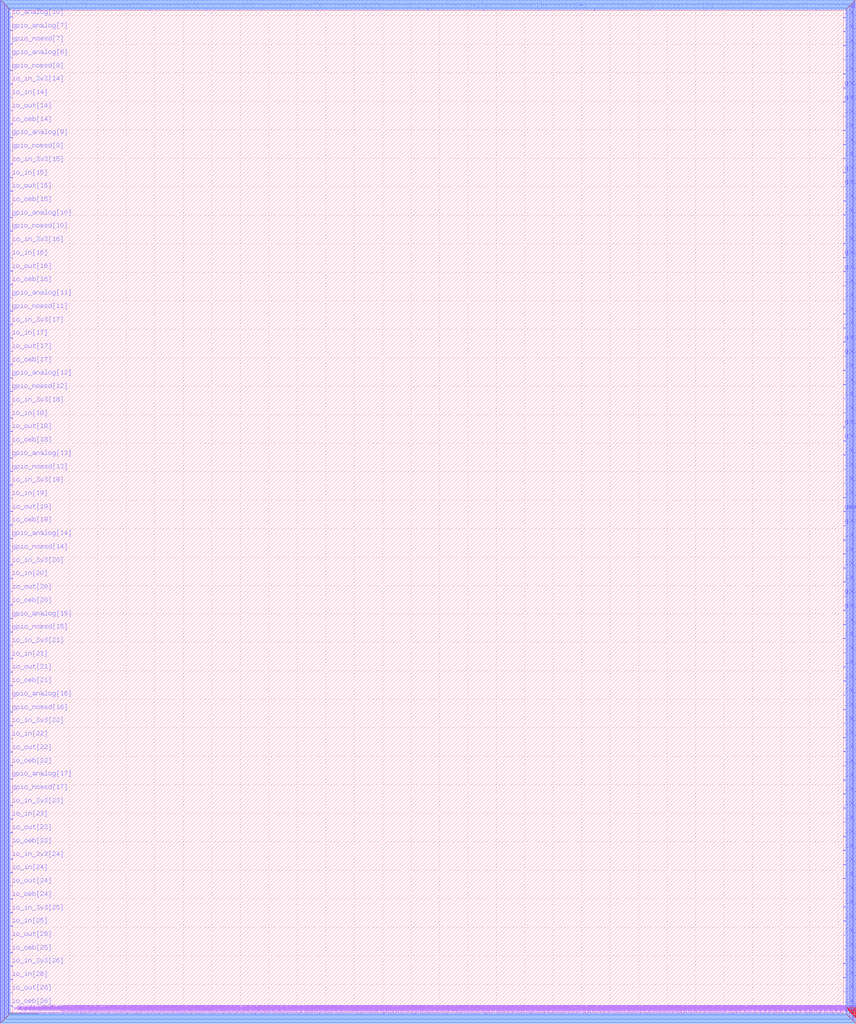
<source format=lef>
VERSION 5.7 ;
  NOWIREEXTENSIONATPIN ON ;
  DIVIDERCHAR "/" ;
  BUSBITCHARS "[]" ;
MACRO user_analog_project_wrapper
  CLASS BLOCK ;
  FOREIGN user_analog_project_wrapper ;
  ORIGIN 0.000 0.000 ;
  SIZE 2920.000 BY 3520.000 ;
  PIN gpio_analog[0]
    DIRECTION INOUT ;
    USE SIGNAL ;
    PORT
      LAYER met3 ;
        RECT 2917.600 1412.100 2924.800 1413.300 ;
    END
  END gpio_analog[0]
  PIN gpio_analog[10]
    DIRECTION INOUT ;
    USE SIGNAL ;
    PORT
      LAYER met3 ;
        RECT -4.800 2791.140 2.400 2792.340 ;
    END
  END gpio_analog[10]
  PIN gpio_analog[11]
    DIRECTION INOUT ;
    USE SIGNAL ;
    PORT
      LAYER met3 ;
        RECT -4.800 2509.620 2.400 2510.820 ;
    END
  END gpio_analog[11]
  PIN gpio_analog[12]
    DIRECTION INOUT ;
    USE SIGNAL ;
    PORT
      LAYER met3 ;
        RECT -4.800 2228.100 2.400 2229.300 ;
    END
  END gpio_analog[12]
  PIN gpio_analog[13]
    DIRECTION INOUT ;
    USE SIGNAL ;
    PORT
      LAYER met3 ;
        RECT -4.800 1946.580 2.400 1947.780 ;
    END
  END gpio_analog[13]
  PIN gpio_analog[14]
    DIRECTION INOUT ;
    USE SIGNAL ;
    PORT
      LAYER met3 ;
        RECT -4.800 1665.060 2.400 1666.260 ;
    END
  END gpio_analog[14]
  PIN gpio_analog[15]
    DIRECTION INOUT ;
    USE SIGNAL ;
    PORT
      LAYER met3 ;
        RECT -4.800 1383.540 2.400 1384.740 ;
    END
  END gpio_analog[15]
  PIN gpio_analog[16]
    DIRECTION INOUT ;
    USE SIGNAL ;
    PORT
      LAYER met3 ;
        RECT -4.800 1102.020 2.400 1103.220 ;
    END
  END gpio_analog[16]
  PIN gpio_analog[17]
    DIRECTION INOUT ;
    USE SIGNAL ;
    PORT
      LAYER met3 ;
        RECT -4.800 820.500 2.400 821.700 ;
    END
  END gpio_analog[17]
  PIN gpio_analog[1]
    DIRECTION INOUT ;
    USE SIGNAL ;
    PORT
      LAYER met3 ;
        RECT 2917.600 1709.260 2924.800 1710.460 ;
    END
  END gpio_analog[1]
  PIN gpio_analog[2]
    DIRECTION INOUT ;
    USE SIGNAL ;
    PORT
      LAYER met3 ;
        RECT 2917.600 2007.100 2924.800 2008.300 ;
    END
  END gpio_analog[2]
  PIN gpio_analog[3]
    DIRECTION INOUT ;
    USE SIGNAL ;
    PORT
      LAYER met3 ;
        RECT 2917.600 2304.260 2924.800 2305.460 ;
    END
  END gpio_analog[3]
  PIN gpio_analog[4]
    DIRECTION INOUT ;
    USE SIGNAL ;
    PORT
      LAYER met3 ;
        RECT 2917.600 2601.420 2924.800 2602.620 ;
    END
  END gpio_analog[4]
  PIN gpio_analog[5]
    DIRECTION INOUT ;
    USE SIGNAL ;
    PORT
      LAYER met3 ;
        RECT 2917.600 2899.260 2924.800 2900.460 ;
    END
  END gpio_analog[5]
  PIN gpio_analog[6]
    DIRECTION INOUT ;
    USE SIGNAL ;
    PORT
      LAYER met3 ;
        RECT 2917.600 3196.420 2924.800 3197.620 ;
    END
  END gpio_analog[6]
  PIN gpio_analog[7]
    DIRECTION INOUT ;
    USE SIGNAL ;
    PORT
      LAYER met3 ;
        RECT -4.800 3448.020 2.400 3449.220 ;
    END
  END gpio_analog[7]
  PIN gpio_analog[8]
    DIRECTION INOUT ;
    USE SIGNAL ;
    PORT
      LAYER met3 ;
        RECT -4.800 3354.180 2.400 3355.380 ;
    END
  END gpio_analog[8]
  PIN gpio_analog[9]
    DIRECTION INOUT ;
    USE SIGNAL ;
    PORT
      LAYER met3 ;
        RECT -4.800 3072.660 2.400 3073.860 ;
    END
  END gpio_analog[9]
  PIN gpio_noesd[0]
    DIRECTION INOUT ;
    USE SIGNAL ;
    PORT
      LAYER met3 ;
        RECT 2917.600 1461.740 2924.800 1462.940 ;
    END
  END gpio_noesd[0]
  PIN gpio_noesd[10]
    DIRECTION INOUT ;
    USE SIGNAL ;
    PORT
      LAYER met3 ;
        RECT -4.800 2744.220 2.400 2745.420 ;
    END
  END gpio_noesd[10]
  PIN gpio_noesd[11]
    DIRECTION INOUT ;
    USE SIGNAL ;
    PORT
      LAYER met3 ;
        RECT -4.800 2462.700 2.400 2463.900 ;
    END
  END gpio_noesd[11]
  PIN gpio_noesd[12]
    DIRECTION INOUT ;
    USE SIGNAL ;
    PORT
      LAYER met3 ;
        RECT -4.800 2181.180 2.400 2182.380 ;
    END
  END gpio_noesd[12]
  PIN gpio_noesd[13]
    DIRECTION INOUT ;
    USE SIGNAL ;
    PORT
      LAYER met3 ;
        RECT -4.800 1899.660 2.400 1900.860 ;
    END
  END gpio_noesd[13]
  PIN gpio_noesd[14]
    DIRECTION INOUT ;
    USE SIGNAL ;
    PORT
      LAYER met3 ;
        RECT -4.800 1618.140 2.400 1619.340 ;
    END
  END gpio_noesd[14]
  PIN gpio_noesd[15]
    DIRECTION INOUT ;
    USE SIGNAL ;
    PORT
      LAYER met3 ;
        RECT -4.800 1336.620 2.400 1337.820 ;
    END
  END gpio_noesd[15]
  PIN gpio_noesd[16]
    DIRECTION INOUT ;
    USE SIGNAL ;
    PORT
      LAYER met3 ;
        RECT -4.800 1055.100 2.400 1056.300 ;
    END
  END gpio_noesd[16]
  PIN gpio_noesd[17]
    DIRECTION INOUT ;
    USE SIGNAL ;
    PORT
      LAYER met3 ;
        RECT -4.800 773.580 2.400 774.780 ;
    END
  END gpio_noesd[17]
  PIN gpio_noesd[1]
    DIRECTION INOUT ;
    USE SIGNAL ;
    PORT
      LAYER met3 ;
        RECT 2917.600 1758.900 2924.800 1760.100 ;
    END
  END gpio_noesd[1]
  PIN gpio_noesd[2]
    DIRECTION INOUT ;
    USE SIGNAL ;
    PORT
      LAYER met3 ;
        RECT 2917.600 2056.060 2924.800 2057.260 ;
    END
  END gpio_noesd[2]
  PIN gpio_noesd[3]
    DIRECTION INOUT ;
    USE SIGNAL ;
    PORT
      LAYER met3 ;
        RECT 2917.600 2353.900 2924.800 2355.100 ;
    END
  END gpio_noesd[3]
  PIN gpio_noesd[4]
    DIRECTION INOUT ;
    USE SIGNAL ;
    PORT
      LAYER met3 ;
        RECT 2917.600 2651.060 2924.800 2652.260 ;
    END
  END gpio_noesd[4]
  PIN gpio_noesd[5]
    DIRECTION INOUT ;
    USE SIGNAL ;
    PORT
      LAYER met3 ;
        RECT 2917.600 2948.900 2924.800 2950.100 ;
    END
  END gpio_noesd[5]
  PIN gpio_noesd[6]
    DIRECTION INOUT ;
    USE SIGNAL ;
    PORT
      LAYER met3 ;
        RECT 2917.600 3246.060 2924.800 3247.260 ;
    END
  END gpio_noesd[6]
  PIN gpio_noesd[7]
    DIRECTION INOUT ;
    USE SIGNAL ;
    PORT
      LAYER met3 ;
        RECT -4.800 3401.100 2.400 3402.300 ;
    END
  END gpio_noesd[7]
  PIN gpio_noesd[8]
    DIRECTION INOUT ;
    USE SIGNAL ;
    PORT
      LAYER met3 ;
        RECT -4.800 3307.260 2.400 3308.460 ;
    END
  END gpio_noesd[8]
  PIN gpio_noesd[9]
    DIRECTION INOUT ;
    USE SIGNAL ;
    PORT
      LAYER met3 ;
        RECT -4.800 3025.740 2.400 3026.940 ;
    END
  END gpio_noesd[9]
  PIN io_analog[0]
    DIRECTION INOUT ;
    USE SIGNAL ;
    PORT
      LAYER met3 ;
        RECT 2917.600 3494.260 2924.800 3495.460 ;
    END
  END io_analog[0]
  PIN io_analog[10]
    DIRECTION INOUT ;
    USE SIGNAL ;
    PORT
      LAYER met3 ;
        RECT -4.800 3494.940 2.400 3496.140 ;
    END
  END io_analog[10]
  PIN io_analog[1]
    DIRECTION INOUT ;
    USE SIGNAL ;
    PORT
      LAYER met2 ;
        RECT 2822.050 3517.600 2822.610 3524.800 ;
    END
  END io_analog[1]
  PIN io_analog[2]
    DIRECTION INOUT ;
    USE SIGNAL ;
    PORT
      LAYER met2 ;
        RECT 2627.470 3517.600 2628.030 3524.800 ;
    END
  END io_analog[2]
  PIN io_analog[3]
    DIRECTION INOUT ;
    USE SIGNAL ;
    PORT
      LAYER met2 ;
        RECT 2432.890 3517.600 2433.450 3524.800 ;
    END
  END io_analog[3]
  PIN io_analog[4]
    DIRECTION INOUT ;
    USE SIGNAL ;
    PORT
      LAYER met2 ;
        RECT 1848.690 3517.600 1849.250 3524.800 ;
    END
  END io_analog[4]
  PIN io_analog[5]
    DIRECTION INOUT ;
    USE SIGNAL ;
    PORT
      LAYER met2 ;
        RECT 1264.950 3517.600 1265.510 3524.800 ;
    END
  END io_analog[5]
  PIN io_analog[6]
    DIRECTION INOUT ;
    USE SIGNAL ;
    PORT
      LAYER met2 ;
        RECT 680.750 3517.600 681.310 3524.800 ;
    END
  END io_analog[6]
  PIN io_analog[7]
    DIRECTION INOUT ;
    USE SIGNAL ;
    PORT
      LAYER met2 ;
        RECT 486.170 3517.600 486.730 3524.800 ;
    END
  END io_analog[7]
  PIN io_analog[8]
    DIRECTION INOUT ;
    USE SIGNAL ;
    PORT
      LAYER met2 ;
        RECT 291.590 3517.600 292.150 3524.800 ;
    END
  END io_analog[8]
  PIN io_analog[9]
    DIRECTION INOUT ;
    USE SIGNAL ;
    PORT
      LAYER met2 ;
        RECT 97.010 3517.600 97.570 3524.800 ;
    END
  END io_analog[9]
  PIN io_clamp_high[0]
    DIRECTION INOUT ;
    USE SIGNAL ;
    PORT
      LAYER met2 ;
        RECT 2238.310 3517.600 2238.870 3524.800 ;
    END
  END io_clamp_high[0]
  PIN io_clamp_high[1]
    DIRECTION INOUT ;
    USE SIGNAL ;
    PORT
      LAYER met2 ;
        RECT 1654.110 3517.600 1654.670 3524.800 ;
    END
  END io_clamp_high[1]
  PIN io_clamp_high[2]
    DIRECTION INOUT ;
    USE SIGNAL ;
    PORT
      LAYER met2 ;
        RECT 1070.370 3517.600 1070.930 3524.800 ;
    END
  END io_clamp_high[2]
  PIN io_clamp_low[0]
    DIRECTION INOUT ;
    USE SIGNAL ;
    PORT
      LAYER met2 ;
        RECT 2043.730 3517.600 2044.290 3524.800 ;
    END
  END io_clamp_low[0]
  PIN io_clamp_low[1]
    DIRECTION INOUT ;
    USE SIGNAL ;
    PORT
      LAYER met2 ;
        RECT 1459.530 3517.600 1460.090 3524.800 ;
    END
  END io_clamp_low[1]
  PIN io_clamp_low[2]
    DIRECTION INOUT ;
    USE SIGNAL ;
    PORT
      LAYER met2 ;
        RECT 875.330 3517.600 875.890 3524.800 ;
    END
  END io_clamp_low[2]
  PIN io_in[0]
    DIRECTION INPUT ;
    USE SIGNAL ;
    PORT
      LAYER met3 ;
        RECT 2917.600 73.180 2924.800 74.380 ;
    END
  END io_in[0]
  PIN io_out[0]
    DIRECTION OUTPUT TRISTATE ;
    USE SIGNAL ;
    PORT
      LAYER met3 ;
        RECT 2917.600 122.820 2924.800 124.020 ;
    END
  END io_out[0]
  PIN io_in[10]
    DIRECTION INPUT ;
    USE SIGNAL ;
    PORT
      LAYER met3 ;
        RECT 2917.600 2453.180 2924.800 2454.380 ;
    END
  END io_in[10]
  PIN io_out[10]
    DIRECTION OUTPUT TRISTATE ;
    USE SIGNAL ;
    PORT
      LAYER met3 ;
        RECT 2917.600 2502.820 2924.800 2504.020 ;
    END
  END io_out[10]
  PIN io_in[11]
    DIRECTION INPUT ;
    USE SIGNAL ;
    PORT
      LAYER met3 ;
        RECT 2917.600 2750.340 2924.800 2751.540 ;
    END
  END io_in[11]
  PIN io_out[11]
    DIRECTION OUTPUT TRISTATE ;
    USE SIGNAL ;
    PORT
      LAYER met3 ;
        RECT 2917.600 2799.980 2924.800 2801.180 ;
    END
  END io_out[11]
  PIN io_in[12]
    DIRECTION INPUT ;
    USE SIGNAL ;
    PORT
      LAYER met3 ;
        RECT 2917.600 3047.500 2924.800 3048.700 ;
    END
  END io_in[12]
  PIN io_out[12]
    DIRECTION OUTPUT TRISTATE ;
    USE SIGNAL ;
    PORT
      LAYER met3 ;
        RECT 2917.600 3097.140 2924.800 3098.340 ;
    END
  END io_out[12]
  PIN io_in[13]
    DIRECTION INPUT ;
    USE SIGNAL ;
    PORT
      LAYER met3 ;
        RECT 2917.600 3345.340 2924.800 3346.540 ;
    END
  END io_in[13]
  PIN io_out[13]
    DIRECTION OUTPUT TRISTATE ;
    USE SIGNAL ;
    PORT
      LAYER met3 ;
        RECT 2917.600 3394.980 2924.800 3396.180 ;
    END
  END io_out[13]
  PIN io_in[14]
    DIRECTION INPUT ;
    USE SIGNAL ;
    PORT
      LAYER met3 ;
        RECT -4.800 3213.420 2.400 3214.620 ;
    END
  END io_in[14]
  PIN io_out[14]
    DIRECTION OUTPUT TRISTATE ;
    USE SIGNAL ;
    PORT
      LAYER met3 ;
        RECT -4.800 3166.500 2.400 3167.700 ;
    END
  END io_out[14]
  PIN io_in[15]
    DIRECTION INPUT ;
    USE SIGNAL ;
    PORT
      LAYER met3 ;
        RECT -4.800 2931.900 2.400 2933.100 ;
    END
  END io_in[15]
  PIN io_out[15]
    DIRECTION OUTPUT TRISTATE ;
    USE SIGNAL ;
    PORT
      LAYER met3 ;
        RECT -4.800 2884.980 2.400 2886.180 ;
    END
  END io_out[15]
  PIN io_in[16]
    DIRECTION INPUT ;
    USE SIGNAL ;
    PORT
      LAYER met3 ;
        RECT -4.800 2650.380 2.400 2651.580 ;
    END
  END io_in[16]
  PIN io_out[16]
    DIRECTION OUTPUT TRISTATE ;
    USE SIGNAL ;
    PORT
      LAYER met3 ;
        RECT -4.800 2603.460 2.400 2604.660 ;
    END
  END io_out[16]
  PIN io_in[17]
    DIRECTION INPUT ;
    USE SIGNAL ;
    PORT
      LAYER met3 ;
        RECT -4.800 2368.860 2.400 2370.060 ;
    END
  END io_in[17]
  PIN io_out[17]
    DIRECTION OUTPUT TRISTATE ;
    USE SIGNAL ;
    PORT
      LAYER met3 ;
        RECT -4.800 2321.940 2.400 2323.140 ;
    END
  END io_out[17]
  PIN io_in[18]
    DIRECTION INPUT ;
    USE SIGNAL ;
    PORT
      LAYER met3 ;
        RECT -4.800 2087.340 2.400 2088.540 ;
    END
  END io_in[18]
  PIN io_out[18]
    DIRECTION OUTPUT TRISTATE ;
    USE SIGNAL ;
    PORT
      LAYER met3 ;
        RECT -4.800 2040.420 2.400 2041.620 ;
    END
  END io_out[18]
  PIN io_in[19]
    DIRECTION INPUT ;
    USE SIGNAL ;
    PORT
      LAYER met3 ;
        RECT -4.800 1805.820 2.400 1807.020 ;
    END
  END io_in[19]
  PIN io_out[19]
    DIRECTION OUTPUT TRISTATE ;
    USE SIGNAL ;
    PORT
      LAYER met3 ;
        RECT -4.800 1758.900 2.400 1760.100 ;
    END
  END io_out[19]
  PIN io_in[1]
    DIRECTION INPUT ;
    USE SIGNAL ;
    PORT
      LAYER met3 ;
        RECT 2917.600 271.740 2924.800 272.940 ;
    END
  END io_in[1]
  PIN io_out[1]
    DIRECTION OUTPUT TRISTATE ;
    USE SIGNAL ;
    PORT
      LAYER met3 ;
        RECT 2917.600 321.380 2924.800 322.580 ;
    END
  END io_out[1]
  PIN io_in[20]
    DIRECTION INPUT ;
    USE SIGNAL ;
    PORT
      LAYER met3 ;
        RECT -4.800 1524.300 2.400 1525.500 ;
    END
  END io_in[20]
  PIN io_out[20]
    DIRECTION OUTPUT TRISTATE ;
    USE SIGNAL ;
    PORT
      LAYER met3 ;
        RECT -4.800 1477.380 2.400 1478.580 ;
    END
  END io_out[20]
  PIN io_in[21]
    DIRECTION INPUT ;
    USE SIGNAL ;
    PORT
      LAYER met3 ;
        RECT -4.800 1242.780 2.400 1243.980 ;
    END
  END io_in[21]
  PIN io_out[21]
    DIRECTION OUTPUT TRISTATE ;
    USE SIGNAL ;
    PORT
      LAYER met3 ;
        RECT -4.800 1195.860 2.400 1197.060 ;
    END
  END io_out[21]
  PIN io_in[22]
    DIRECTION INPUT ;
    USE SIGNAL ;
    PORT
      LAYER met3 ;
        RECT -4.800 961.260 2.400 962.460 ;
    END
  END io_in[22]
  PIN io_out[22]
    DIRECTION OUTPUT TRISTATE ;
    USE SIGNAL ;
    PORT
      LAYER met3 ;
        RECT -4.800 914.340 2.400 915.540 ;
    END
  END io_out[22]
  PIN io_in[23]
    DIRECTION INPUT ;
    USE SIGNAL ;
    PORT
      LAYER met3 ;
        RECT -4.800 679.740 2.400 680.940 ;
    END
  END io_in[23]
  PIN io_out[23]
    DIRECTION OUTPUT TRISTATE ;
    USE SIGNAL ;
    PORT
      LAYER met3 ;
        RECT -4.800 632.820 2.400 634.020 ;
    END
  END io_out[23]
  PIN io_in[24]
    DIRECTION INPUT ;
    USE SIGNAL ;
    PORT
      LAYER met3 ;
        RECT -4.800 492.060 2.400 493.260 ;
    END
  END io_in[24]
  PIN io_out[24]
    DIRECTION OUTPUT TRISTATE ;
    USE SIGNAL ;
    PORT
      LAYER met3 ;
        RECT -4.800 445.140 2.400 446.340 ;
    END
  END io_out[24]
  PIN io_in[25]
    DIRECTION INPUT ;
    USE SIGNAL ;
    PORT
      LAYER met3 ;
        RECT -4.800 304.380 2.400 305.580 ;
    END
  END io_in[25]
  PIN io_out[25]
    DIRECTION OUTPUT TRISTATE ;
    USE SIGNAL ;
    PORT
      LAYER met3 ;
        RECT -4.800 257.460 2.400 258.660 ;
    END
  END io_out[25]
  PIN io_in[26]
    DIRECTION INPUT ;
    USE SIGNAL ;
    PORT
      LAYER met3 ;
        RECT -4.800 116.700 2.400 117.900 ;
    END
  END io_in[26]
  PIN io_out[26]
    DIRECTION OUTPUT TRISTATE ;
    USE SIGNAL ;
    PORT
      LAYER met3 ;
        RECT -4.800 69.780 2.400 70.980 ;
    END
  END io_out[26]
  PIN io_in[2]
    DIRECTION INPUT ;
    USE SIGNAL ;
    PORT
      LAYER met3 ;
        RECT 2917.600 470.300 2924.800 471.500 ;
    END
  END io_in[2]
  PIN io_out[2]
    DIRECTION OUTPUT TRISTATE ;
    USE SIGNAL ;
    PORT
      LAYER met3 ;
        RECT 2917.600 519.940 2924.800 521.140 ;
    END
  END io_out[2]
  PIN io_in[3]
    DIRECTION INPUT ;
    USE SIGNAL ;
    PORT
      LAYER met3 ;
        RECT 2917.600 668.180 2924.800 669.380 ;
    END
  END io_in[3]
  PIN io_out[3]
    DIRECTION OUTPUT TRISTATE ;
    USE SIGNAL ;
    PORT
      LAYER met3 ;
        RECT 2917.600 717.820 2924.800 719.020 ;
    END
  END io_out[3]
  PIN io_in[4]
    DIRECTION INPUT ;
    USE SIGNAL ;
    PORT
      LAYER met3 ;
        RECT 2917.600 866.740 2924.800 867.940 ;
    END
  END io_in[4]
  PIN io_out[4]
    DIRECTION OUTPUT TRISTATE ;
    USE SIGNAL ;
    PORT
      LAYER met3 ;
        RECT 2917.600 916.380 2924.800 917.580 ;
    END
  END io_out[4]
  PIN io_in[5]
    DIRECTION INPUT ;
    USE SIGNAL ;
    PORT
      LAYER met3 ;
        RECT 2917.600 1064.620 2924.800 1065.820 ;
    END
  END io_in[5]
  PIN io_out[5]
    DIRECTION OUTPUT TRISTATE ;
    USE SIGNAL ;
    PORT
      LAYER met3 ;
        RECT 2917.600 1114.260 2924.800 1115.460 ;
    END
  END io_out[5]
  PIN io_in[6]
    DIRECTION INPUT ;
    USE SIGNAL ;
    PORT
      LAYER met3 ;
        RECT 2917.600 1263.180 2924.800 1264.380 ;
    END
  END io_in[6]
  PIN io_out[6]
    DIRECTION OUTPUT TRISTATE ;
    USE SIGNAL ;
    PORT
      LAYER met3 ;
        RECT 2917.600 1312.820 2924.800 1314.020 ;
    END
  END io_out[6]
  PIN io_in[7]
    DIRECTION INPUT ;
    USE SIGNAL ;
    PORT
      LAYER met3 ;
        RECT 2917.600 1560.340 2924.800 1561.540 ;
    END
  END io_in[7]
  PIN io_out[7]
    DIRECTION OUTPUT TRISTATE ;
    USE SIGNAL ;
    PORT
      LAYER met3 ;
        RECT 2917.600 1609.980 2924.800 1611.180 ;
    END
  END io_out[7]
  PIN io_in[8]
    DIRECTION INPUT ;
    USE SIGNAL ;
    PORT
      LAYER met3 ;
        RECT 2917.600 1858.180 2924.800 1859.380 ;
    END
  END io_in[8]
  PIN io_out[8]
    DIRECTION OUTPUT TRISTATE ;
    USE SIGNAL ;
    PORT
      LAYER met3 ;
        RECT 2917.600 1907.820 2924.800 1909.020 ;
    END
  END io_out[8]
  PIN io_in[9]
    DIRECTION INPUT ;
    USE SIGNAL ;
    PORT
      LAYER met3 ;
        RECT 2917.600 2155.340 2924.800 2156.540 ;
    END
  END io_in[9]
  PIN io_out[9]
    DIRECTION OUTPUT TRISTATE ;
    USE SIGNAL ;
    PORT
      LAYER met3 ;
        RECT 2917.600 2204.980 2924.800 2206.180 ;
    END
  END io_out[9]
  PIN io_in_3v3[0]
    DIRECTION INPUT ;
    USE SIGNAL ;
    PORT
      LAYER met3 ;
        RECT 2917.600 24.220 2924.800 25.420 ;
    END
  END io_in_3v3[0]
  PIN io_in_3v3[10]
    DIRECTION INPUT ;
    USE SIGNAL ;
    PORT
      LAYER met3 ;
        RECT 2917.600 2403.540 2924.800 2404.740 ;
    END
  END io_in_3v3[10]
  PIN io_in_3v3[11]
    DIRECTION INPUT ;
    USE SIGNAL ;
    PORT
      LAYER met3 ;
        RECT 2917.600 2700.700 2924.800 2701.900 ;
    END
  END io_in_3v3[11]
  PIN io_in_3v3[12]
    DIRECTION INPUT ;
    USE SIGNAL ;
    PORT
      LAYER met3 ;
        RECT 2917.600 2998.540 2924.800 2999.740 ;
    END
  END io_in_3v3[12]
  PIN io_in_3v3[13]
    DIRECTION INPUT ;
    USE SIGNAL ;
    PORT
      LAYER met3 ;
        RECT 2917.600 3295.700 2924.800 3296.900 ;
    END
  END io_in_3v3[13]
  PIN io_in_3v3[14]
    DIRECTION INPUT ;
    USE SIGNAL ;
    PORT
      LAYER met3 ;
        RECT -4.800 3260.340 2.400 3261.540 ;
    END
  END io_in_3v3[14]
  PIN io_in_3v3[15]
    DIRECTION INPUT ;
    USE SIGNAL ;
    PORT
      LAYER met3 ;
        RECT -4.800 2978.820 2.400 2980.020 ;
    END
  END io_in_3v3[15]
  PIN io_in_3v3[16]
    DIRECTION INPUT ;
    USE SIGNAL ;
    PORT
      LAYER met3 ;
        RECT -4.800 2697.300 2.400 2698.500 ;
    END
  END io_in_3v3[16]
  PIN io_in_3v3[17]
    DIRECTION INPUT ;
    USE SIGNAL ;
    PORT
      LAYER met3 ;
        RECT -4.800 2415.780 2.400 2416.980 ;
    END
  END io_in_3v3[17]
  PIN io_in_3v3[18]
    DIRECTION INPUT ;
    USE SIGNAL ;
    PORT
      LAYER met3 ;
        RECT -4.800 2134.260 2.400 2135.460 ;
    END
  END io_in_3v3[18]
  PIN io_in_3v3[19]
    DIRECTION INPUT ;
    USE SIGNAL ;
    PORT
      LAYER met3 ;
        RECT -4.800 1852.740 2.400 1853.940 ;
    END
  END io_in_3v3[19]
  PIN io_in_3v3[1]
    DIRECTION INPUT ;
    USE SIGNAL ;
    PORT
      LAYER met3 ;
        RECT 2917.600 222.100 2924.800 223.300 ;
    END
  END io_in_3v3[1]
  PIN io_in_3v3[20]
    DIRECTION INPUT ;
    USE SIGNAL ;
    PORT
      LAYER met3 ;
        RECT -4.800 1571.220 2.400 1572.420 ;
    END
  END io_in_3v3[20]
  PIN io_in_3v3[21]
    DIRECTION INPUT ;
    USE SIGNAL ;
    PORT
      LAYER met3 ;
        RECT -4.800 1289.700 2.400 1290.900 ;
    END
  END io_in_3v3[21]
  PIN io_in_3v3[22]
    DIRECTION INPUT ;
    USE SIGNAL ;
    PORT
      LAYER met3 ;
        RECT -4.800 1008.180 2.400 1009.380 ;
    END
  END io_in_3v3[22]
  PIN io_in_3v3[23]
    DIRECTION INPUT ;
    USE SIGNAL ;
    PORT
      LAYER met3 ;
        RECT -4.800 726.660 2.400 727.860 ;
    END
  END io_in_3v3[23]
  PIN io_in_3v3[24]
    DIRECTION INPUT ;
    USE SIGNAL ;
    PORT
      LAYER met3 ;
        RECT -4.800 538.980 2.400 540.180 ;
    END
  END io_in_3v3[24]
  PIN io_in_3v3[25]
    DIRECTION INPUT ;
    USE SIGNAL ;
    PORT
      LAYER met3 ;
        RECT -4.800 351.300 2.400 352.500 ;
    END
  END io_in_3v3[25]
  PIN io_in_3v3[26]
    DIRECTION INPUT ;
    USE SIGNAL ;
    PORT
      LAYER met3 ;
        RECT -4.800 163.620 2.400 164.820 ;
    END
  END io_in_3v3[26]
  PIN io_in_3v3[2]
    DIRECTION INPUT ;
    USE SIGNAL ;
    PORT
      LAYER met3 ;
        RECT 2917.600 420.660 2924.800 421.860 ;
    END
  END io_in_3v3[2]
  PIN io_in_3v3[3]
    DIRECTION INPUT ;
    USE SIGNAL ;
    PORT
      LAYER met3 ;
        RECT 2917.600 618.540 2924.800 619.740 ;
    END
  END io_in_3v3[3]
  PIN io_in_3v3[4]
    DIRECTION INPUT ;
    USE SIGNAL ;
    PORT
      LAYER met3 ;
        RECT 2917.600 817.100 2924.800 818.300 ;
    END
  END io_in_3v3[4]
  PIN io_in_3v3[5]
    DIRECTION INPUT ;
    USE SIGNAL ;
    PORT
      LAYER met3 ;
        RECT 2917.600 1015.660 2924.800 1016.860 ;
    END
  END io_in_3v3[5]
  PIN io_in_3v3[6]
    DIRECTION INPUT ;
    USE SIGNAL ;
    PORT
      LAYER met3 ;
        RECT 2917.600 1213.540 2924.800 1214.740 ;
    END
  END io_in_3v3[6]
  PIN io_in_3v3[7]
    DIRECTION INPUT ;
    USE SIGNAL ;
    PORT
      LAYER met3 ;
        RECT 2917.600 1511.380 2924.800 1512.580 ;
    END
  END io_in_3v3[7]
  PIN io_in_3v3[8]
    DIRECTION INPUT ;
    USE SIGNAL ;
    PORT
      LAYER met3 ;
        RECT 2917.600 1808.540 2924.800 1809.740 ;
    END
  END io_in_3v3[8]
  PIN io_in_3v3[9]
    DIRECTION INPUT ;
    USE SIGNAL ;
    PORT
      LAYER met3 ;
        RECT 2917.600 2105.700 2924.800 2106.900 ;
    END
  END io_in_3v3[9]
  PIN io_oeb[0]
    DIRECTION OUTPUT TRISTATE ;
    USE SIGNAL ;
    PORT
      LAYER met3 ;
        RECT 2917.600 172.460 2924.800 173.660 ;
    END
  END io_oeb[0]
  PIN io_oeb[10]
    DIRECTION OUTPUT TRISTATE ;
    USE SIGNAL ;
    PORT
      LAYER met3 ;
        RECT 2917.600 2551.780 2924.800 2552.980 ;
    END
  END io_oeb[10]
  PIN io_oeb[11]
    DIRECTION OUTPUT TRISTATE ;
    USE SIGNAL ;
    PORT
      LAYER met3 ;
        RECT 2917.600 2849.620 2924.800 2850.820 ;
    END
  END io_oeb[11]
  PIN io_oeb[12]
    DIRECTION OUTPUT TRISTATE ;
    USE SIGNAL ;
    PORT
      LAYER met3 ;
        RECT 2917.600 3146.780 2924.800 3147.980 ;
    END
  END io_oeb[12]
  PIN io_oeb[13]
    DIRECTION OUTPUT TRISTATE ;
    USE SIGNAL ;
    PORT
      LAYER met3 ;
        RECT 2917.600 3444.620 2924.800 3445.820 ;
    END
  END io_oeb[13]
  PIN io_oeb[14]
    DIRECTION OUTPUT TRISTATE ;
    USE SIGNAL ;
    PORT
      LAYER met3 ;
        RECT -4.800 3119.580 2.400 3120.780 ;
    END
  END io_oeb[14]
  PIN io_oeb[15]
    DIRECTION OUTPUT TRISTATE ;
    USE SIGNAL ;
    PORT
      LAYER met3 ;
        RECT -4.800 2838.060 2.400 2839.260 ;
    END
  END io_oeb[15]
  PIN io_oeb[16]
    DIRECTION OUTPUT TRISTATE ;
    USE SIGNAL ;
    PORT
      LAYER met3 ;
        RECT -4.800 2556.540 2.400 2557.740 ;
    END
  END io_oeb[16]
  PIN io_oeb[17]
    DIRECTION OUTPUT TRISTATE ;
    USE SIGNAL ;
    PORT
      LAYER met3 ;
        RECT -4.800 2275.020 2.400 2276.220 ;
    END
  END io_oeb[17]
  PIN io_oeb[18]
    DIRECTION OUTPUT TRISTATE ;
    USE SIGNAL ;
    PORT
      LAYER met3 ;
        RECT -4.800 1993.500 2.400 1994.700 ;
    END
  END io_oeb[18]
  PIN io_oeb[19]
    DIRECTION OUTPUT TRISTATE ;
    USE SIGNAL ;
    PORT
      LAYER met3 ;
        RECT -4.800 1711.980 2.400 1713.180 ;
    END
  END io_oeb[19]
  PIN io_oeb[1]
    DIRECTION OUTPUT TRISTATE ;
    USE SIGNAL ;
    PORT
      LAYER met3 ;
        RECT 2917.600 371.020 2924.800 372.220 ;
    END
  END io_oeb[1]
  PIN io_oeb[20]
    DIRECTION OUTPUT TRISTATE ;
    USE SIGNAL ;
    PORT
      LAYER met3 ;
        RECT -4.800 1430.460 2.400 1431.660 ;
    END
  END io_oeb[20]
  PIN io_oeb[21]
    DIRECTION OUTPUT TRISTATE ;
    USE SIGNAL ;
    PORT
      LAYER met3 ;
        RECT -4.800 1148.940 2.400 1150.140 ;
    END
  END io_oeb[21]
  PIN io_oeb[22]
    DIRECTION OUTPUT TRISTATE ;
    USE SIGNAL ;
    PORT
      LAYER met3 ;
        RECT -4.800 867.420 2.400 868.620 ;
    END
  END io_oeb[22]
  PIN io_oeb[23]
    DIRECTION OUTPUT TRISTATE ;
    USE SIGNAL ;
    PORT
      LAYER met3 ;
        RECT -4.800 585.900 2.400 587.100 ;
    END
  END io_oeb[23]
  PIN io_oeb[24]
    DIRECTION OUTPUT TRISTATE ;
    USE SIGNAL ;
    PORT
      LAYER met3 ;
        RECT -4.800 398.220 2.400 399.420 ;
    END
  END io_oeb[24]
  PIN io_oeb[25]
    DIRECTION OUTPUT TRISTATE ;
    USE SIGNAL ;
    PORT
      LAYER met3 ;
        RECT -4.800 210.540 2.400 211.740 ;
    END
  END io_oeb[25]
  PIN io_oeb[26]
    DIRECTION OUTPUT TRISTATE ;
    USE SIGNAL ;
    PORT
      LAYER met3 ;
        RECT -4.800 22.860 2.400 24.060 ;
    END
  END io_oeb[26]
  PIN io_oeb[2]
    DIRECTION OUTPUT TRISTATE ;
    USE SIGNAL ;
    PORT
      LAYER met3 ;
        RECT 2917.600 568.900 2924.800 570.100 ;
    END
  END io_oeb[2]
  PIN io_oeb[3]
    DIRECTION OUTPUT TRISTATE ;
    USE SIGNAL ;
    PORT
      LAYER met3 ;
        RECT 2917.600 767.460 2924.800 768.660 ;
    END
  END io_oeb[3]
  PIN io_oeb[4]
    DIRECTION OUTPUT TRISTATE ;
    USE SIGNAL ;
    PORT
      LAYER met3 ;
        RECT 2917.600 966.020 2924.800 967.220 ;
    END
  END io_oeb[4]
  PIN io_oeb[5]
    DIRECTION OUTPUT TRISTATE ;
    USE SIGNAL ;
    PORT
      LAYER met3 ;
        RECT 2917.600 1163.900 2924.800 1165.100 ;
    END
  END io_oeb[5]
  PIN io_oeb[6]
    DIRECTION OUTPUT TRISTATE ;
    USE SIGNAL ;
    PORT
      LAYER met3 ;
        RECT 2917.600 1362.460 2924.800 1363.660 ;
    END
  END io_oeb[6]
  PIN io_oeb[7]
    DIRECTION OUTPUT TRISTATE ;
    USE SIGNAL ;
    PORT
      LAYER met3 ;
        RECT 2917.600 1659.620 2924.800 1660.820 ;
    END
  END io_oeb[7]
  PIN io_oeb[8]
    DIRECTION OUTPUT TRISTATE ;
    USE SIGNAL ;
    PORT
      LAYER met3 ;
        RECT 2917.600 1957.460 2924.800 1958.660 ;
    END
  END io_oeb[8]
  PIN io_oeb[9]
    DIRECTION OUTPUT TRISTATE ;
    USE SIGNAL ;
    PORT
      LAYER met3 ;
        RECT 2917.600 2254.620 2924.800 2255.820 ;
    END
  END io_oeb[9]
  PIN la_data_in[0]
    DIRECTION INPUT ;
    USE SIGNAL ;
    PORT
      LAYER met2 ;
        RECT 629.230 -4.800 629.790 2.400 ;
    END
  END la_data_in[0]
  PIN la_data_in[100]
    DIRECTION INPUT ;
    USE SIGNAL ;
    PORT
      LAYER met2 ;
        RECT 2402.530 -4.800 2403.090 2.400 ;
    END
  END la_data_in[100]
  PIN la_data_in[101]
    DIRECTION INPUT ;
    USE SIGNAL ;
    PORT
      LAYER met2 ;
        RECT 2420.010 -4.800 2420.570 2.400 ;
    END
  END la_data_in[101]
  PIN la_data_in[102]
    DIRECTION INPUT ;
    USE SIGNAL ;
    PORT
      LAYER met2 ;
        RECT 2437.950 -4.800 2438.510 2.400 ;
    END
  END la_data_in[102]
  PIN la_data_in[103]
    DIRECTION INPUT ;
    USE SIGNAL ;
    PORT
      LAYER met2 ;
        RECT 2455.430 -4.800 2455.990 2.400 ;
    END
  END la_data_in[103]
  PIN la_data_in[104]
    DIRECTION INPUT ;
    USE SIGNAL ;
    PORT
      LAYER met2 ;
        RECT 2473.370 -4.800 2473.930 2.400 ;
    END
  END la_data_in[104]
  PIN la_data_in[105]
    DIRECTION INPUT ;
    USE SIGNAL ;
    PORT
      LAYER met2 ;
        RECT 2490.850 -4.800 2491.410 2.400 ;
    END
  END la_data_in[105]
  PIN la_data_in[106]
    DIRECTION INPUT ;
    USE SIGNAL ;
    PORT
      LAYER met2 ;
        RECT 2508.790 -4.800 2509.350 2.400 ;
    END
  END la_data_in[106]
  PIN la_data_in[107]
    DIRECTION INPUT ;
    USE SIGNAL ;
    PORT
      LAYER met2 ;
        RECT 2526.730 -4.800 2527.290 2.400 ;
    END
  END la_data_in[107]
  PIN la_data_in[108]
    DIRECTION INPUT ;
    USE SIGNAL ;
    PORT
      LAYER met2 ;
        RECT 2544.210 -4.800 2544.770 2.400 ;
    END
  END la_data_in[108]
  PIN la_data_in[109]
    DIRECTION INPUT ;
    USE SIGNAL ;
    PORT
      LAYER met2 ;
        RECT 2562.150 -4.800 2562.710 2.400 ;
    END
  END la_data_in[109]
  PIN la_data_in[10]
    DIRECTION INPUT ;
    USE SIGNAL ;
    PORT
      LAYER met2 ;
        RECT 806.330 -4.800 806.890 2.400 ;
    END
  END la_data_in[10]
  PIN la_data_in[110]
    DIRECTION INPUT ;
    USE SIGNAL ;
    PORT
      LAYER met2 ;
        RECT 2579.630 -4.800 2580.190 2.400 ;
    END
  END la_data_in[110]
  PIN la_data_in[111]
    DIRECTION INPUT ;
    USE SIGNAL ;
    PORT
      LAYER met2 ;
        RECT 2597.570 -4.800 2598.130 2.400 ;
    END
  END la_data_in[111]
  PIN la_data_in[112]
    DIRECTION INPUT ;
    USE SIGNAL ;
    PORT
      LAYER met2 ;
        RECT 2615.050 -4.800 2615.610 2.400 ;
    END
  END la_data_in[112]
  PIN la_data_in[113]
    DIRECTION INPUT ;
    USE SIGNAL ;
    PORT
      LAYER met2 ;
        RECT 2632.990 -4.800 2633.550 2.400 ;
    END
  END la_data_in[113]
  PIN la_data_in[114]
    DIRECTION INPUT ;
    USE SIGNAL ;
    PORT
      LAYER met2 ;
        RECT 2650.470 -4.800 2651.030 2.400 ;
    END
  END la_data_in[114]
  PIN la_data_in[115]
    DIRECTION INPUT ;
    USE SIGNAL ;
    PORT
      LAYER met2 ;
        RECT 2668.410 -4.800 2668.970 2.400 ;
    END
  END la_data_in[115]
  PIN la_data_in[116]
    DIRECTION INPUT ;
    USE SIGNAL ;
    PORT
      LAYER met2 ;
        RECT 2685.890 -4.800 2686.450 2.400 ;
    END
  END la_data_in[116]
  PIN la_data_in[117]
    DIRECTION INPUT ;
    USE SIGNAL ;
    PORT
      LAYER met2 ;
        RECT 2703.830 -4.800 2704.390 2.400 ;
    END
  END la_data_in[117]
  PIN la_data_in[118]
    DIRECTION INPUT ;
    USE SIGNAL ;
    PORT
      LAYER met2 ;
        RECT 2721.770 -4.800 2722.330 2.400 ;
    END
  END la_data_in[118]
  PIN la_data_in[119]
    DIRECTION INPUT ;
    USE SIGNAL ;
    PORT
      LAYER met2 ;
        RECT 2739.250 -4.800 2739.810 2.400 ;
    END
  END la_data_in[119]
  PIN la_data_in[11]
    DIRECTION INPUT ;
    USE SIGNAL ;
    PORT
      LAYER met2 ;
        RECT 824.270 -4.800 824.830 2.400 ;
    END
  END la_data_in[11]
  PIN la_data_in[120]
    DIRECTION INPUT ;
    USE SIGNAL ;
    PORT
      LAYER met2 ;
        RECT 2757.190 -4.800 2757.750 2.400 ;
    END
  END la_data_in[120]
  PIN la_data_in[121]
    DIRECTION INPUT ;
    USE SIGNAL ;
    PORT
      LAYER met2 ;
        RECT 2774.670 -4.800 2775.230 2.400 ;
    END
  END la_data_in[121]
  PIN la_data_in[122]
    DIRECTION INPUT ;
    USE SIGNAL ;
    PORT
      LAYER met2 ;
        RECT 2792.610 -4.800 2793.170 2.400 ;
    END
  END la_data_in[122]
  PIN la_data_in[123]
    DIRECTION INPUT ;
    USE SIGNAL ;
    PORT
      LAYER met2 ;
        RECT 2810.090 -4.800 2810.650 2.400 ;
    END
  END la_data_in[123]
  PIN la_data_in[124]
    DIRECTION INPUT ;
    USE SIGNAL ;
    PORT
      LAYER met2 ;
        RECT 2828.030 -4.800 2828.590 2.400 ;
    END
  END la_data_in[124]
  PIN la_data_in[125]
    DIRECTION INPUT ;
    USE SIGNAL ;
    PORT
      LAYER met2 ;
        RECT 2845.510 -4.800 2846.070 2.400 ;
    END
  END la_data_in[125]
  PIN la_data_in[126]
    DIRECTION INPUT ;
    USE SIGNAL ;
    PORT
      LAYER met2 ;
        RECT 2863.450 -4.800 2864.010 2.400 ;
    END
  END la_data_in[126]
  PIN la_data_in[127]
    DIRECTION INPUT ;
    USE SIGNAL ;
    PORT
      LAYER met2 ;
        RECT 2881.390 -4.800 2881.950 2.400 ;
    END
  END la_data_in[127]
  PIN la_data_in[12]
    DIRECTION INPUT ;
    USE SIGNAL ;
    PORT
      LAYER met2 ;
        RECT 841.750 -4.800 842.310 2.400 ;
    END
  END la_data_in[12]
  PIN la_data_in[13]
    DIRECTION INPUT ;
    USE SIGNAL ;
    PORT
      LAYER met2 ;
        RECT 859.690 -4.800 860.250 2.400 ;
    END
  END la_data_in[13]
  PIN la_data_in[14]
    DIRECTION INPUT ;
    USE SIGNAL ;
    PORT
      LAYER met2 ;
        RECT 877.170 -4.800 877.730 2.400 ;
    END
  END la_data_in[14]
  PIN la_data_in[15]
    DIRECTION INPUT ;
    USE SIGNAL ;
    PORT
      LAYER met2 ;
        RECT 895.110 -4.800 895.670 2.400 ;
    END
  END la_data_in[15]
  PIN la_data_in[16]
    DIRECTION INPUT ;
    USE SIGNAL ;
    PORT
      LAYER met2 ;
        RECT 912.590 -4.800 913.150 2.400 ;
    END
  END la_data_in[16]
  PIN la_data_in[17]
    DIRECTION INPUT ;
    USE SIGNAL ;
    PORT
      LAYER met2 ;
        RECT 930.530 -4.800 931.090 2.400 ;
    END
  END la_data_in[17]
  PIN la_data_in[18]
    DIRECTION INPUT ;
    USE SIGNAL ;
    PORT
      LAYER met2 ;
        RECT 948.470 -4.800 949.030 2.400 ;
    END
  END la_data_in[18]
  PIN la_data_in[19]
    DIRECTION INPUT ;
    USE SIGNAL ;
    PORT
      LAYER met2 ;
        RECT 965.950 -4.800 966.510 2.400 ;
    END
  END la_data_in[19]
  PIN la_data_in[1]
    DIRECTION INPUT ;
    USE SIGNAL ;
    PORT
      LAYER met2 ;
        RECT 646.710 -4.800 647.270 2.400 ;
    END
  END la_data_in[1]
  PIN la_data_in[20]
    DIRECTION INPUT ;
    USE SIGNAL ;
    PORT
      LAYER met2 ;
        RECT 983.890 -4.800 984.450 2.400 ;
    END
  END la_data_in[20]
  PIN la_data_in[21]
    DIRECTION INPUT ;
    USE SIGNAL ;
    PORT
      LAYER met2 ;
        RECT 1001.370 -4.800 1001.930 2.400 ;
    END
  END la_data_in[21]
  PIN la_data_in[22]
    DIRECTION INPUT ;
    USE SIGNAL ;
    PORT
      LAYER met2 ;
        RECT 1019.310 -4.800 1019.870 2.400 ;
    END
  END la_data_in[22]
  PIN la_data_in[23]
    DIRECTION INPUT ;
    USE SIGNAL ;
    PORT
      LAYER met2 ;
        RECT 1036.790 -4.800 1037.350 2.400 ;
    END
  END la_data_in[23]
  PIN la_data_in[24]
    DIRECTION INPUT ;
    USE SIGNAL ;
    PORT
      LAYER met2 ;
        RECT 1054.730 -4.800 1055.290 2.400 ;
    END
  END la_data_in[24]
  PIN la_data_in[25]
    DIRECTION INPUT ;
    USE SIGNAL ;
    PORT
      LAYER met2 ;
        RECT 1072.210 -4.800 1072.770 2.400 ;
    END
  END la_data_in[25]
  PIN la_data_in[26]
    DIRECTION INPUT ;
    USE SIGNAL ;
    PORT
      LAYER met2 ;
        RECT 1090.150 -4.800 1090.710 2.400 ;
    END
  END la_data_in[26]
  PIN la_data_in[27]
    DIRECTION INPUT ;
    USE SIGNAL ;
    PORT
      LAYER met2 ;
        RECT 1107.630 -4.800 1108.190 2.400 ;
    END
  END la_data_in[27]
  PIN la_data_in[28]
    DIRECTION INPUT ;
    USE SIGNAL ;
    PORT
      LAYER met2 ;
        RECT 1125.570 -4.800 1126.130 2.400 ;
    END
  END la_data_in[28]
  PIN la_data_in[29]
    DIRECTION INPUT ;
    USE SIGNAL ;
    PORT
      LAYER met2 ;
        RECT 1143.510 -4.800 1144.070 2.400 ;
    END
  END la_data_in[29]
  PIN la_data_in[2]
    DIRECTION INPUT ;
    USE SIGNAL ;
    PORT
      LAYER met2 ;
        RECT 664.650 -4.800 665.210 2.400 ;
    END
  END la_data_in[2]
  PIN la_data_in[30]
    DIRECTION INPUT ;
    USE SIGNAL ;
    PORT
      LAYER met2 ;
        RECT 1160.990 -4.800 1161.550 2.400 ;
    END
  END la_data_in[30]
  PIN la_data_in[31]
    DIRECTION INPUT ;
    USE SIGNAL ;
    PORT
      LAYER met2 ;
        RECT 1178.930 -4.800 1179.490 2.400 ;
    END
  END la_data_in[31]
  PIN la_data_in[32]
    DIRECTION INPUT ;
    USE SIGNAL ;
    PORT
      LAYER met2 ;
        RECT 1196.410 -4.800 1196.970 2.400 ;
    END
  END la_data_in[32]
  PIN la_data_in[33]
    DIRECTION INPUT ;
    USE SIGNAL ;
    PORT
      LAYER met2 ;
        RECT 1214.350 -4.800 1214.910 2.400 ;
    END
  END la_data_in[33]
  PIN la_data_in[34]
    DIRECTION INPUT ;
    USE SIGNAL ;
    PORT
      LAYER met2 ;
        RECT 1231.830 -4.800 1232.390 2.400 ;
    END
  END la_data_in[34]
  PIN la_data_in[35]
    DIRECTION INPUT ;
    USE SIGNAL ;
    PORT
      LAYER met2 ;
        RECT 1249.770 -4.800 1250.330 2.400 ;
    END
  END la_data_in[35]
  PIN la_data_in[36]
    DIRECTION INPUT ;
    USE SIGNAL ;
    PORT
      LAYER met2 ;
        RECT 1267.250 -4.800 1267.810 2.400 ;
    END
  END la_data_in[36]
  PIN la_data_in[37]
    DIRECTION INPUT ;
    USE SIGNAL ;
    PORT
      LAYER met2 ;
        RECT 1285.190 -4.800 1285.750 2.400 ;
    END
  END la_data_in[37]
  PIN la_data_in[38]
    DIRECTION INPUT ;
    USE SIGNAL ;
    PORT
      LAYER met2 ;
        RECT 1303.130 -4.800 1303.690 2.400 ;
    END
  END la_data_in[38]
  PIN la_data_in[39]
    DIRECTION INPUT ;
    USE SIGNAL ;
    PORT
      LAYER met2 ;
        RECT 1320.610 -4.800 1321.170 2.400 ;
    END
  END la_data_in[39]
  PIN la_data_in[3]
    DIRECTION INPUT ;
    USE SIGNAL ;
    PORT
      LAYER met2 ;
        RECT 682.130 -4.800 682.690 2.400 ;
    END
  END la_data_in[3]
  PIN la_data_in[40]
    DIRECTION INPUT ;
    USE SIGNAL ;
    PORT
      LAYER met2 ;
        RECT 1338.550 -4.800 1339.110 2.400 ;
    END
  END la_data_in[40]
  PIN la_data_in[41]
    DIRECTION INPUT ;
    USE SIGNAL ;
    PORT
      LAYER met2 ;
        RECT 1356.030 -4.800 1356.590 2.400 ;
    END
  END la_data_in[41]
  PIN la_data_in[42]
    DIRECTION INPUT ;
    USE SIGNAL ;
    PORT
      LAYER met2 ;
        RECT 1373.970 -4.800 1374.530 2.400 ;
    END
  END la_data_in[42]
  PIN la_data_in[43]
    DIRECTION INPUT ;
    USE SIGNAL ;
    PORT
      LAYER met2 ;
        RECT 1391.450 -4.800 1392.010 2.400 ;
    END
  END la_data_in[43]
  PIN la_data_in[44]
    DIRECTION INPUT ;
    USE SIGNAL ;
    PORT
      LAYER met2 ;
        RECT 1409.390 -4.800 1409.950 2.400 ;
    END
  END la_data_in[44]
  PIN la_data_in[45]
    DIRECTION INPUT ;
    USE SIGNAL ;
    PORT
      LAYER met2 ;
        RECT 1426.870 -4.800 1427.430 2.400 ;
    END
  END la_data_in[45]
  PIN la_data_in[46]
    DIRECTION INPUT ;
    USE SIGNAL ;
    PORT
      LAYER met2 ;
        RECT 1444.810 -4.800 1445.370 2.400 ;
    END
  END la_data_in[46]
  PIN la_data_in[47]
    DIRECTION INPUT ;
    USE SIGNAL ;
    PORT
      LAYER met2 ;
        RECT 1462.750 -4.800 1463.310 2.400 ;
    END
  END la_data_in[47]
  PIN la_data_in[48]
    DIRECTION INPUT ;
    USE SIGNAL ;
    PORT
      LAYER met2 ;
        RECT 1480.230 -4.800 1480.790 2.400 ;
    END
  END la_data_in[48]
  PIN la_data_in[49]
    DIRECTION INPUT ;
    USE SIGNAL ;
    PORT
      LAYER met2 ;
        RECT 1498.170 -4.800 1498.730 2.400 ;
    END
  END la_data_in[49]
  PIN la_data_in[4]
    DIRECTION INPUT ;
    USE SIGNAL ;
    PORT
      LAYER met2 ;
        RECT 700.070 -4.800 700.630 2.400 ;
    END
  END la_data_in[4]
  PIN la_data_in[50]
    DIRECTION INPUT ;
    USE SIGNAL ;
    PORT
      LAYER met2 ;
        RECT 1515.650 -4.800 1516.210 2.400 ;
    END
  END la_data_in[50]
  PIN la_data_in[51]
    DIRECTION INPUT ;
    USE SIGNAL ;
    PORT
      LAYER met2 ;
        RECT 1533.590 -4.800 1534.150 2.400 ;
    END
  END la_data_in[51]
  PIN la_data_in[52]
    DIRECTION INPUT ;
    USE SIGNAL ;
    PORT
      LAYER met2 ;
        RECT 1551.070 -4.800 1551.630 2.400 ;
    END
  END la_data_in[52]
  PIN la_data_in[53]
    DIRECTION INPUT ;
    USE SIGNAL ;
    PORT
      LAYER met2 ;
        RECT 1569.010 -4.800 1569.570 2.400 ;
    END
  END la_data_in[53]
  PIN la_data_in[54]
    DIRECTION INPUT ;
    USE SIGNAL ;
    PORT
      LAYER met2 ;
        RECT 1586.490 -4.800 1587.050 2.400 ;
    END
  END la_data_in[54]
  PIN la_data_in[55]
    DIRECTION INPUT ;
    USE SIGNAL ;
    PORT
      LAYER met2 ;
        RECT 1604.430 -4.800 1604.990 2.400 ;
    END
  END la_data_in[55]
  PIN la_data_in[56]
    DIRECTION INPUT ;
    USE SIGNAL ;
    PORT
      LAYER met2 ;
        RECT 1621.910 -4.800 1622.470 2.400 ;
    END
  END la_data_in[56]
  PIN la_data_in[57]
    DIRECTION INPUT ;
    USE SIGNAL ;
    PORT
      LAYER met2 ;
        RECT 1639.850 -4.800 1640.410 2.400 ;
    END
  END la_data_in[57]
  PIN la_data_in[58]
    DIRECTION INPUT ;
    USE SIGNAL ;
    PORT
      LAYER met2 ;
        RECT 1657.790 -4.800 1658.350 2.400 ;
    END
  END la_data_in[58]
  PIN la_data_in[59]
    DIRECTION INPUT ;
    USE SIGNAL ;
    PORT
      LAYER met2 ;
        RECT 1675.270 -4.800 1675.830 2.400 ;
    END
  END la_data_in[59]
  PIN la_data_in[5]
    DIRECTION INPUT ;
    USE SIGNAL ;
    PORT
      LAYER met2 ;
        RECT 717.550 -4.800 718.110 2.400 ;
    END
  END la_data_in[5]
  PIN la_data_in[60]
    DIRECTION INPUT ;
    USE SIGNAL ;
    PORT
      LAYER met2 ;
        RECT 1693.210 -4.800 1693.770 2.400 ;
    END
  END la_data_in[60]
  PIN la_data_in[61]
    DIRECTION INPUT ;
    USE SIGNAL ;
    PORT
      LAYER met2 ;
        RECT 1710.690 -4.800 1711.250 2.400 ;
    END
  END la_data_in[61]
  PIN la_data_in[62]
    DIRECTION INPUT ;
    USE SIGNAL ;
    PORT
      LAYER met2 ;
        RECT 1728.630 -4.800 1729.190 2.400 ;
    END
  END la_data_in[62]
  PIN la_data_in[63]
    DIRECTION INPUT ;
    USE SIGNAL ;
    PORT
      LAYER met2 ;
        RECT 1746.110 -4.800 1746.670 2.400 ;
    END
  END la_data_in[63]
  PIN la_data_in[64]
    DIRECTION INPUT ;
    USE SIGNAL ;
    PORT
      LAYER met2 ;
        RECT 1764.050 -4.800 1764.610 2.400 ;
    END
  END la_data_in[64]
  PIN la_data_in[65]
    DIRECTION INPUT ;
    USE SIGNAL ;
    PORT
      LAYER met2 ;
        RECT 1781.530 -4.800 1782.090 2.400 ;
    END
  END la_data_in[65]
  PIN la_data_in[66]
    DIRECTION INPUT ;
    USE SIGNAL ;
    PORT
      LAYER met2 ;
        RECT 1799.470 -4.800 1800.030 2.400 ;
    END
  END la_data_in[66]
  PIN la_data_in[67]
    DIRECTION INPUT ;
    USE SIGNAL ;
    PORT
      LAYER met2 ;
        RECT 1817.410 -4.800 1817.970 2.400 ;
    END
  END la_data_in[67]
  PIN la_data_in[68]
    DIRECTION INPUT ;
    USE SIGNAL ;
    PORT
      LAYER met2 ;
        RECT 1834.890 -4.800 1835.450 2.400 ;
    END
  END la_data_in[68]
  PIN la_data_in[69]
    DIRECTION INPUT ;
    USE SIGNAL ;
    PORT
      LAYER met2 ;
        RECT 1852.830 -4.800 1853.390 2.400 ;
    END
  END la_data_in[69]
  PIN la_data_in[6]
    DIRECTION INPUT ;
    USE SIGNAL ;
    PORT
      LAYER met2 ;
        RECT 735.490 -4.800 736.050 2.400 ;
    END
  END la_data_in[6]
  PIN la_data_in[70]
    DIRECTION INPUT ;
    USE SIGNAL ;
    PORT
      LAYER met2 ;
        RECT 1870.310 -4.800 1870.870 2.400 ;
    END
  END la_data_in[70]
  PIN la_data_in[71]
    DIRECTION INPUT ;
    USE SIGNAL ;
    PORT
      LAYER met2 ;
        RECT 1888.250 -4.800 1888.810 2.400 ;
    END
  END la_data_in[71]
  PIN la_data_in[72]
    DIRECTION INPUT ;
    USE SIGNAL ;
    PORT
      LAYER met2 ;
        RECT 1905.730 -4.800 1906.290 2.400 ;
    END
  END la_data_in[72]
  PIN la_data_in[73]
    DIRECTION INPUT ;
    USE SIGNAL ;
    PORT
      LAYER met2 ;
        RECT 1923.670 -4.800 1924.230 2.400 ;
    END
  END la_data_in[73]
  PIN la_data_in[74]
    DIRECTION INPUT ;
    USE SIGNAL ;
    PORT
      LAYER met2 ;
        RECT 1941.150 -4.800 1941.710 2.400 ;
    END
  END la_data_in[74]
  PIN la_data_in[75]
    DIRECTION INPUT ;
    USE SIGNAL ;
    PORT
      LAYER met2 ;
        RECT 1959.090 -4.800 1959.650 2.400 ;
    END
  END la_data_in[75]
  PIN la_data_in[76]
    DIRECTION INPUT ;
    USE SIGNAL ;
    PORT
      LAYER met2 ;
        RECT 1976.570 -4.800 1977.130 2.400 ;
    END
  END la_data_in[76]
  PIN la_data_in[77]
    DIRECTION INPUT ;
    USE SIGNAL ;
    PORT
      LAYER met2 ;
        RECT 1994.510 -4.800 1995.070 2.400 ;
    END
  END la_data_in[77]
  PIN la_data_in[78]
    DIRECTION INPUT ;
    USE SIGNAL ;
    PORT
      LAYER met2 ;
        RECT 2012.450 -4.800 2013.010 2.400 ;
    END
  END la_data_in[78]
  PIN la_data_in[79]
    DIRECTION INPUT ;
    USE SIGNAL ;
    PORT
      LAYER met2 ;
        RECT 2029.930 -4.800 2030.490 2.400 ;
    END
  END la_data_in[79]
  PIN la_data_in[7]
    DIRECTION INPUT ;
    USE SIGNAL ;
    PORT
      LAYER met2 ;
        RECT 752.970 -4.800 753.530 2.400 ;
    END
  END la_data_in[7]
  PIN la_data_in[80]
    DIRECTION INPUT ;
    USE SIGNAL ;
    PORT
      LAYER met2 ;
        RECT 2047.870 -4.800 2048.430 2.400 ;
    END
  END la_data_in[80]
  PIN la_data_in[81]
    DIRECTION INPUT ;
    USE SIGNAL ;
    PORT
      LAYER met2 ;
        RECT 2065.350 -4.800 2065.910 2.400 ;
    END
  END la_data_in[81]
  PIN la_data_in[82]
    DIRECTION INPUT ;
    USE SIGNAL ;
    PORT
      LAYER met2 ;
        RECT 2083.290 -4.800 2083.850 2.400 ;
    END
  END la_data_in[82]
  PIN la_data_in[83]
    DIRECTION INPUT ;
    USE SIGNAL ;
    PORT
      LAYER met2 ;
        RECT 2100.770 -4.800 2101.330 2.400 ;
    END
  END la_data_in[83]
  PIN la_data_in[84]
    DIRECTION INPUT ;
    USE SIGNAL ;
    PORT
      LAYER met2 ;
        RECT 2118.710 -4.800 2119.270 2.400 ;
    END
  END la_data_in[84]
  PIN la_data_in[85]
    DIRECTION INPUT ;
    USE SIGNAL ;
    PORT
      LAYER met2 ;
        RECT 2136.190 -4.800 2136.750 2.400 ;
    END
  END la_data_in[85]
  PIN la_data_in[86]
    DIRECTION INPUT ;
    USE SIGNAL ;
    PORT
      LAYER met2 ;
        RECT 2154.130 -4.800 2154.690 2.400 ;
    END
  END la_data_in[86]
  PIN la_data_in[87]
    DIRECTION INPUT ;
    USE SIGNAL ;
    PORT
      LAYER met2 ;
        RECT 2172.070 -4.800 2172.630 2.400 ;
    END
  END la_data_in[87]
  PIN la_data_in[88]
    DIRECTION INPUT ;
    USE SIGNAL ;
    PORT
      LAYER met2 ;
        RECT 2189.550 -4.800 2190.110 2.400 ;
    END
  END la_data_in[88]
  PIN la_data_in[89]
    DIRECTION INPUT ;
    USE SIGNAL ;
    PORT
      LAYER met2 ;
        RECT 2207.490 -4.800 2208.050 2.400 ;
    END
  END la_data_in[89]
  PIN la_data_in[8]
    DIRECTION INPUT ;
    USE SIGNAL ;
    PORT
      LAYER met2 ;
        RECT 770.910 -4.800 771.470 2.400 ;
    END
  END la_data_in[8]
  PIN la_data_in[90]
    DIRECTION INPUT ;
    USE SIGNAL ;
    PORT
      LAYER met2 ;
        RECT 2224.970 -4.800 2225.530 2.400 ;
    END
  END la_data_in[90]
  PIN la_data_in[91]
    DIRECTION INPUT ;
    USE SIGNAL ;
    PORT
      LAYER met2 ;
        RECT 2242.910 -4.800 2243.470 2.400 ;
    END
  END la_data_in[91]
  PIN la_data_in[92]
    DIRECTION INPUT ;
    USE SIGNAL ;
    PORT
      LAYER met2 ;
        RECT 2260.390 -4.800 2260.950 2.400 ;
    END
  END la_data_in[92]
  PIN la_data_in[93]
    DIRECTION INPUT ;
    USE SIGNAL ;
    PORT
      LAYER met2 ;
        RECT 2278.330 -4.800 2278.890 2.400 ;
    END
  END la_data_in[93]
  PIN la_data_in[94]
    DIRECTION INPUT ;
    USE SIGNAL ;
    PORT
      LAYER met2 ;
        RECT 2295.810 -4.800 2296.370 2.400 ;
    END
  END la_data_in[94]
  PIN la_data_in[95]
    DIRECTION INPUT ;
    USE SIGNAL ;
    PORT
      LAYER met2 ;
        RECT 2313.750 -4.800 2314.310 2.400 ;
    END
  END la_data_in[95]
  PIN la_data_in[96]
    DIRECTION INPUT ;
    USE SIGNAL ;
    PORT
      LAYER met2 ;
        RECT 2331.230 -4.800 2331.790 2.400 ;
    END
  END la_data_in[96]
  PIN la_data_in[97]
    DIRECTION INPUT ;
    USE SIGNAL ;
    PORT
      LAYER met2 ;
        RECT 2349.170 -4.800 2349.730 2.400 ;
    END
  END la_data_in[97]
  PIN la_data_in[98]
    DIRECTION INPUT ;
    USE SIGNAL ;
    PORT
      LAYER met2 ;
        RECT 2367.110 -4.800 2367.670 2.400 ;
    END
  END la_data_in[98]
  PIN la_data_in[99]
    DIRECTION INPUT ;
    USE SIGNAL ;
    PORT
      LAYER met2 ;
        RECT 2384.590 -4.800 2385.150 2.400 ;
    END
  END la_data_in[99]
  PIN la_data_in[9]
    DIRECTION INPUT ;
    USE SIGNAL ;
    PORT
      LAYER met2 ;
        RECT 788.850 -4.800 789.410 2.400 ;
    END
  END la_data_in[9]
  PIN la_data_out[0]
    DIRECTION OUTPUT TRISTATE ;
    USE SIGNAL ;
    PORT
      LAYER met2 ;
        RECT 634.750 -4.800 635.310 2.400 ;
    END
  END la_data_out[0]
  PIN la_data_out[100]
    DIRECTION OUTPUT TRISTATE ;
    USE SIGNAL ;
    PORT
      LAYER met2 ;
        RECT 2408.510 -4.800 2409.070 2.400 ;
    END
  END la_data_out[100]
  PIN la_data_out[101]
    DIRECTION OUTPUT TRISTATE ;
    USE SIGNAL ;
    PORT
      LAYER met2 ;
        RECT 2425.990 -4.800 2426.550 2.400 ;
    END
  END la_data_out[101]
  PIN la_data_out[102]
    DIRECTION OUTPUT TRISTATE ;
    USE SIGNAL ;
    PORT
      LAYER met2 ;
        RECT 2443.930 -4.800 2444.490 2.400 ;
    END
  END la_data_out[102]
  PIN la_data_out[103]
    DIRECTION OUTPUT TRISTATE ;
    USE SIGNAL ;
    PORT
      LAYER met2 ;
        RECT 2461.410 -4.800 2461.970 2.400 ;
    END
  END la_data_out[103]
  PIN la_data_out[104]
    DIRECTION OUTPUT TRISTATE ;
    USE SIGNAL ;
    PORT
      LAYER met2 ;
        RECT 2479.350 -4.800 2479.910 2.400 ;
    END
  END la_data_out[104]
  PIN la_data_out[105]
    DIRECTION OUTPUT TRISTATE ;
    USE SIGNAL ;
    PORT
      LAYER met2 ;
        RECT 2496.830 -4.800 2497.390 2.400 ;
    END
  END la_data_out[105]
  PIN la_data_out[106]
    DIRECTION OUTPUT TRISTATE ;
    USE SIGNAL ;
    PORT
      LAYER met2 ;
        RECT 2514.770 -4.800 2515.330 2.400 ;
    END
  END la_data_out[106]
  PIN la_data_out[107]
    DIRECTION OUTPUT TRISTATE ;
    USE SIGNAL ;
    PORT
      LAYER met2 ;
        RECT 2532.250 -4.800 2532.810 2.400 ;
    END
  END la_data_out[107]
  PIN la_data_out[108]
    DIRECTION OUTPUT TRISTATE ;
    USE SIGNAL ;
    PORT
      LAYER met2 ;
        RECT 2550.190 -4.800 2550.750 2.400 ;
    END
  END la_data_out[108]
  PIN la_data_out[109]
    DIRECTION OUTPUT TRISTATE ;
    USE SIGNAL ;
    PORT
      LAYER met2 ;
        RECT 2567.670 -4.800 2568.230 2.400 ;
    END
  END la_data_out[109]
  PIN la_data_out[10]
    DIRECTION OUTPUT TRISTATE ;
    USE SIGNAL ;
    PORT
      LAYER met2 ;
        RECT 812.310 -4.800 812.870 2.400 ;
    END
  END la_data_out[10]
  PIN la_data_out[110]
    DIRECTION OUTPUT TRISTATE ;
    USE SIGNAL ;
    PORT
      LAYER met2 ;
        RECT 2585.610 -4.800 2586.170 2.400 ;
    END
  END la_data_out[110]
  PIN la_data_out[111]
    DIRECTION OUTPUT TRISTATE ;
    USE SIGNAL ;
    PORT
      LAYER met2 ;
        RECT 2603.550 -4.800 2604.110 2.400 ;
    END
  END la_data_out[111]
  PIN la_data_out[112]
    DIRECTION OUTPUT TRISTATE ;
    USE SIGNAL ;
    PORT
      LAYER met2 ;
        RECT 2621.030 -4.800 2621.590 2.400 ;
    END
  END la_data_out[112]
  PIN la_data_out[113]
    DIRECTION OUTPUT TRISTATE ;
    USE SIGNAL ;
    PORT
      LAYER met2 ;
        RECT 2638.970 -4.800 2639.530 2.400 ;
    END
  END la_data_out[113]
  PIN la_data_out[114]
    DIRECTION OUTPUT TRISTATE ;
    USE SIGNAL ;
    PORT
      LAYER met2 ;
        RECT 2656.450 -4.800 2657.010 2.400 ;
    END
  END la_data_out[114]
  PIN la_data_out[115]
    DIRECTION OUTPUT TRISTATE ;
    USE SIGNAL ;
    PORT
      LAYER met2 ;
        RECT 2674.390 -4.800 2674.950 2.400 ;
    END
  END la_data_out[115]
  PIN la_data_out[116]
    DIRECTION OUTPUT TRISTATE ;
    USE SIGNAL ;
    PORT
      LAYER met2 ;
        RECT 2691.870 -4.800 2692.430 2.400 ;
    END
  END la_data_out[116]
  PIN la_data_out[117]
    DIRECTION OUTPUT TRISTATE ;
    USE SIGNAL ;
    PORT
      LAYER met2 ;
        RECT 2709.810 -4.800 2710.370 2.400 ;
    END
  END la_data_out[117]
  PIN la_data_out[118]
    DIRECTION OUTPUT TRISTATE ;
    USE SIGNAL ;
    PORT
      LAYER met2 ;
        RECT 2727.290 -4.800 2727.850 2.400 ;
    END
  END la_data_out[118]
  PIN la_data_out[119]
    DIRECTION OUTPUT TRISTATE ;
    USE SIGNAL ;
    PORT
      LAYER met2 ;
        RECT 2745.230 -4.800 2745.790 2.400 ;
    END
  END la_data_out[119]
  PIN la_data_out[11]
    DIRECTION OUTPUT TRISTATE ;
    USE SIGNAL ;
    PORT
      LAYER met2 ;
        RECT 830.250 -4.800 830.810 2.400 ;
    END
  END la_data_out[11]
  PIN la_data_out[120]
    DIRECTION OUTPUT TRISTATE ;
    USE SIGNAL ;
    PORT
      LAYER met2 ;
        RECT 2763.170 -4.800 2763.730 2.400 ;
    END
  END la_data_out[120]
  PIN la_data_out[121]
    DIRECTION OUTPUT TRISTATE ;
    USE SIGNAL ;
    PORT
      LAYER met2 ;
        RECT 2780.650 -4.800 2781.210 2.400 ;
    END
  END la_data_out[121]
  PIN la_data_out[122]
    DIRECTION OUTPUT TRISTATE ;
    USE SIGNAL ;
    PORT
      LAYER met2 ;
        RECT 2798.590 -4.800 2799.150 2.400 ;
    END
  END la_data_out[122]
  PIN la_data_out[123]
    DIRECTION OUTPUT TRISTATE ;
    USE SIGNAL ;
    PORT
      LAYER met2 ;
        RECT 2816.070 -4.800 2816.630 2.400 ;
    END
  END la_data_out[123]
  PIN la_data_out[124]
    DIRECTION OUTPUT TRISTATE ;
    USE SIGNAL ;
    PORT
      LAYER met2 ;
        RECT 2834.010 -4.800 2834.570 2.400 ;
    END
  END la_data_out[124]
  PIN la_data_out[125]
    DIRECTION OUTPUT TRISTATE ;
    USE SIGNAL ;
    PORT
      LAYER met2 ;
        RECT 2851.490 -4.800 2852.050 2.400 ;
    END
  END la_data_out[125]
  PIN la_data_out[126]
    DIRECTION OUTPUT TRISTATE ;
    USE SIGNAL ;
    PORT
      LAYER met2 ;
        RECT 2869.430 -4.800 2869.990 2.400 ;
    END
  END la_data_out[126]
  PIN la_data_out[127]
    DIRECTION OUTPUT TRISTATE ;
    USE SIGNAL ;
    PORT
      LAYER met2 ;
        RECT 2886.910 -4.800 2887.470 2.400 ;
    END
  END la_data_out[127]
  PIN la_data_out[12]
    DIRECTION OUTPUT TRISTATE ;
    USE SIGNAL ;
    PORT
      LAYER met2 ;
        RECT 847.730 -4.800 848.290 2.400 ;
    END
  END la_data_out[12]
  PIN la_data_out[13]
    DIRECTION OUTPUT TRISTATE ;
    USE SIGNAL ;
    PORT
      LAYER met2 ;
        RECT 865.670 -4.800 866.230 2.400 ;
    END
  END la_data_out[13]
  PIN la_data_out[14]
    DIRECTION OUTPUT TRISTATE ;
    USE SIGNAL ;
    PORT
      LAYER met2 ;
        RECT 883.150 -4.800 883.710 2.400 ;
    END
  END la_data_out[14]
  PIN la_data_out[15]
    DIRECTION OUTPUT TRISTATE ;
    USE SIGNAL ;
    PORT
      LAYER met2 ;
        RECT 901.090 -4.800 901.650 2.400 ;
    END
  END la_data_out[15]
  PIN la_data_out[16]
    DIRECTION OUTPUT TRISTATE ;
    USE SIGNAL ;
    PORT
      LAYER met2 ;
        RECT 918.570 -4.800 919.130 2.400 ;
    END
  END la_data_out[16]
  PIN la_data_out[17]
    DIRECTION OUTPUT TRISTATE ;
    USE SIGNAL ;
    PORT
      LAYER met2 ;
        RECT 936.510 -4.800 937.070 2.400 ;
    END
  END la_data_out[17]
  PIN la_data_out[18]
    DIRECTION OUTPUT TRISTATE ;
    USE SIGNAL ;
    PORT
      LAYER met2 ;
        RECT 953.990 -4.800 954.550 2.400 ;
    END
  END la_data_out[18]
  PIN la_data_out[19]
    DIRECTION OUTPUT TRISTATE ;
    USE SIGNAL ;
    PORT
      LAYER met2 ;
        RECT 971.930 -4.800 972.490 2.400 ;
    END
  END la_data_out[19]
  PIN la_data_out[1]
    DIRECTION OUTPUT TRISTATE ;
    USE SIGNAL ;
    PORT
      LAYER met2 ;
        RECT 652.690 -4.800 653.250 2.400 ;
    END
  END la_data_out[1]
  PIN la_data_out[20]
    DIRECTION OUTPUT TRISTATE ;
    USE SIGNAL ;
    PORT
      LAYER met2 ;
        RECT 989.410 -4.800 989.970 2.400 ;
    END
  END la_data_out[20]
  PIN la_data_out[21]
    DIRECTION OUTPUT TRISTATE ;
    USE SIGNAL ;
    PORT
      LAYER met2 ;
        RECT 1007.350 -4.800 1007.910 2.400 ;
    END
  END la_data_out[21]
  PIN la_data_out[22]
    DIRECTION OUTPUT TRISTATE ;
    USE SIGNAL ;
    PORT
      LAYER met2 ;
        RECT 1025.290 -4.800 1025.850 2.400 ;
    END
  END la_data_out[22]
  PIN la_data_out[23]
    DIRECTION OUTPUT TRISTATE ;
    USE SIGNAL ;
    PORT
      LAYER met2 ;
        RECT 1042.770 -4.800 1043.330 2.400 ;
    END
  END la_data_out[23]
  PIN la_data_out[24]
    DIRECTION OUTPUT TRISTATE ;
    USE SIGNAL ;
    PORT
      LAYER met2 ;
        RECT 1060.710 -4.800 1061.270 2.400 ;
    END
  END la_data_out[24]
  PIN la_data_out[25]
    DIRECTION OUTPUT TRISTATE ;
    USE SIGNAL ;
    PORT
      LAYER met2 ;
        RECT 1078.190 -4.800 1078.750 2.400 ;
    END
  END la_data_out[25]
  PIN la_data_out[26]
    DIRECTION OUTPUT TRISTATE ;
    USE SIGNAL ;
    PORT
      LAYER met2 ;
        RECT 1096.130 -4.800 1096.690 2.400 ;
    END
  END la_data_out[26]
  PIN la_data_out[27]
    DIRECTION OUTPUT TRISTATE ;
    USE SIGNAL ;
    PORT
      LAYER met2 ;
        RECT 1113.610 -4.800 1114.170 2.400 ;
    END
  END la_data_out[27]
  PIN la_data_out[28]
    DIRECTION OUTPUT TRISTATE ;
    USE SIGNAL ;
    PORT
      LAYER met2 ;
        RECT 1131.550 -4.800 1132.110 2.400 ;
    END
  END la_data_out[28]
  PIN la_data_out[29]
    DIRECTION OUTPUT TRISTATE ;
    USE SIGNAL ;
    PORT
      LAYER met2 ;
        RECT 1149.030 -4.800 1149.590 2.400 ;
    END
  END la_data_out[29]
  PIN la_data_out[2]
    DIRECTION OUTPUT TRISTATE ;
    USE SIGNAL ;
    PORT
      LAYER met2 ;
        RECT 670.630 -4.800 671.190 2.400 ;
    END
  END la_data_out[2]
  PIN la_data_out[30]
    DIRECTION OUTPUT TRISTATE ;
    USE SIGNAL ;
    PORT
      LAYER met2 ;
        RECT 1166.970 -4.800 1167.530 2.400 ;
    END
  END la_data_out[30]
  PIN la_data_out[31]
    DIRECTION OUTPUT TRISTATE ;
    USE SIGNAL ;
    PORT
      LAYER met2 ;
        RECT 1184.910 -4.800 1185.470 2.400 ;
    END
  END la_data_out[31]
  PIN la_data_out[32]
    DIRECTION OUTPUT TRISTATE ;
    USE SIGNAL ;
    PORT
      LAYER met2 ;
        RECT 1202.390 -4.800 1202.950 2.400 ;
    END
  END la_data_out[32]
  PIN la_data_out[33]
    DIRECTION OUTPUT TRISTATE ;
    USE SIGNAL ;
    PORT
      LAYER met2 ;
        RECT 1220.330 -4.800 1220.890 2.400 ;
    END
  END la_data_out[33]
  PIN la_data_out[34]
    DIRECTION OUTPUT TRISTATE ;
    USE SIGNAL ;
    PORT
      LAYER met2 ;
        RECT 1237.810 -4.800 1238.370 2.400 ;
    END
  END la_data_out[34]
  PIN la_data_out[35]
    DIRECTION OUTPUT TRISTATE ;
    USE SIGNAL ;
    PORT
      LAYER met2 ;
        RECT 1255.750 -4.800 1256.310 2.400 ;
    END
  END la_data_out[35]
  PIN la_data_out[36]
    DIRECTION OUTPUT TRISTATE ;
    USE SIGNAL ;
    PORT
      LAYER met2 ;
        RECT 1273.230 -4.800 1273.790 2.400 ;
    END
  END la_data_out[36]
  PIN la_data_out[37]
    DIRECTION OUTPUT TRISTATE ;
    USE SIGNAL ;
    PORT
      LAYER met2 ;
        RECT 1291.170 -4.800 1291.730 2.400 ;
    END
  END la_data_out[37]
  PIN la_data_out[38]
    DIRECTION OUTPUT TRISTATE ;
    USE SIGNAL ;
    PORT
      LAYER met2 ;
        RECT 1308.650 -4.800 1309.210 2.400 ;
    END
  END la_data_out[38]
  PIN la_data_out[39]
    DIRECTION OUTPUT TRISTATE ;
    USE SIGNAL ;
    PORT
      LAYER met2 ;
        RECT 1326.590 -4.800 1327.150 2.400 ;
    END
  END la_data_out[39]
  PIN la_data_out[3]
    DIRECTION OUTPUT TRISTATE ;
    USE SIGNAL ;
    PORT
      LAYER met2 ;
        RECT 688.110 -4.800 688.670 2.400 ;
    END
  END la_data_out[3]
  PIN la_data_out[40]
    DIRECTION OUTPUT TRISTATE ;
    USE SIGNAL ;
    PORT
      LAYER met2 ;
        RECT 1344.070 -4.800 1344.630 2.400 ;
    END
  END la_data_out[40]
  PIN la_data_out[41]
    DIRECTION OUTPUT TRISTATE ;
    USE SIGNAL ;
    PORT
      LAYER met2 ;
        RECT 1362.010 -4.800 1362.570 2.400 ;
    END
  END la_data_out[41]
  PIN la_data_out[42]
    DIRECTION OUTPUT TRISTATE ;
    USE SIGNAL ;
    PORT
      LAYER met2 ;
        RECT 1379.950 -4.800 1380.510 2.400 ;
    END
  END la_data_out[42]
  PIN la_data_out[43]
    DIRECTION OUTPUT TRISTATE ;
    USE SIGNAL ;
    PORT
      LAYER met2 ;
        RECT 1397.430 -4.800 1397.990 2.400 ;
    END
  END la_data_out[43]
  PIN la_data_out[44]
    DIRECTION OUTPUT TRISTATE ;
    USE SIGNAL ;
    PORT
      LAYER met2 ;
        RECT 1415.370 -4.800 1415.930 2.400 ;
    END
  END la_data_out[44]
  PIN la_data_out[45]
    DIRECTION OUTPUT TRISTATE ;
    USE SIGNAL ;
    PORT
      LAYER met2 ;
        RECT 1432.850 -4.800 1433.410 2.400 ;
    END
  END la_data_out[45]
  PIN la_data_out[46]
    DIRECTION OUTPUT TRISTATE ;
    USE SIGNAL ;
    PORT
      LAYER met2 ;
        RECT 1450.790 -4.800 1451.350 2.400 ;
    END
  END la_data_out[46]
  PIN la_data_out[47]
    DIRECTION OUTPUT TRISTATE ;
    USE SIGNAL ;
    PORT
      LAYER met2 ;
        RECT 1468.270 -4.800 1468.830 2.400 ;
    END
  END la_data_out[47]
  PIN la_data_out[48]
    DIRECTION OUTPUT TRISTATE ;
    USE SIGNAL ;
    PORT
      LAYER met2 ;
        RECT 1486.210 -4.800 1486.770 2.400 ;
    END
  END la_data_out[48]
  PIN la_data_out[49]
    DIRECTION OUTPUT TRISTATE ;
    USE SIGNAL ;
    PORT
      LAYER met2 ;
        RECT 1503.690 -4.800 1504.250 2.400 ;
    END
  END la_data_out[49]
  PIN la_data_out[4]
    DIRECTION OUTPUT TRISTATE ;
    USE SIGNAL ;
    PORT
      LAYER met2 ;
        RECT 706.050 -4.800 706.610 2.400 ;
    END
  END la_data_out[4]
  PIN la_data_out[50]
    DIRECTION OUTPUT TRISTATE ;
    USE SIGNAL ;
    PORT
      LAYER met2 ;
        RECT 1521.630 -4.800 1522.190 2.400 ;
    END
  END la_data_out[50]
  PIN la_data_out[51]
    DIRECTION OUTPUT TRISTATE ;
    USE SIGNAL ;
    PORT
      LAYER met2 ;
        RECT 1539.570 -4.800 1540.130 2.400 ;
    END
  END la_data_out[51]
  PIN la_data_out[52]
    DIRECTION OUTPUT TRISTATE ;
    USE SIGNAL ;
    PORT
      LAYER met2 ;
        RECT 1557.050 -4.800 1557.610 2.400 ;
    END
  END la_data_out[52]
  PIN la_data_out[53]
    DIRECTION OUTPUT TRISTATE ;
    USE SIGNAL ;
    PORT
      LAYER met2 ;
        RECT 1574.990 -4.800 1575.550 2.400 ;
    END
  END la_data_out[53]
  PIN la_data_out[54]
    DIRECTION OUTPUT TRISTATE ;
    USE SIGNAL ;
    PORT
      LAYER met2 ;
        RECT 1592.470 -4.800 1593.030 2.400 ;
    END
  END la_data_out[54]
  PIN la_data_out[55]
    DIRECTION OUTPUT TRISTATE ;
    USE SIGNAL ;
    PORT
      LAYER met2 ;
        RECT 1610.410 -4.800 1610.970 2.400 ;
    END
  END la_data_out[55]
  PIN la_data_out[56]
    DIRECTION OUTPUT TRISTATE ;
    USE SIGNAL ;
    PORT
      LAYER met2 ;
        RECT 1627.890 -4.800 1628.450 2.400 ;
    END
  END la_data_out[56]
  PIN la_data_out[57]
    DIRECTION OUTPUT TRISTATE ;
    USE SIGNAL ;
    PORT
      LAYER met2 ;
        RECT 1645.830 -4.800 1646.390 2.400 ;
    END
  END la_data_out[57]
  PIN la_data_out[58]
    DIRECTION OUTPUT TRISTATE ;
    USE SIGNAL ;
    PORT
      LAYER met2 ;
        RECT 1663.310 -4.800 1663.870 2.400 ;
    END
  END la_data_out[58]
  PIN la_data_out[59]
    DIRECTION OUTPUT TRISTATE ;
    USE SIGNAL ;
    PORT
      LAYER met2 ;
        RECT 1681.250 -4.800 1681.810 2.400 ;
    END
  END la_data_out[59]
  PIN la_data_out[5]
    DIRECTION OUTPUT TRISTATE ;
    USE SIGNAL ;
    PORT
      LAYER met2 ;
        RECT 723.530 -4.800 724.090 2.400 ;
    END
  END la_data_out[5]
  PIN la_data_out[60]
    DIRECTION OUTPUT TRISTATE ;
    USE SIGNAL ;
    PORT
      LAYER met2 ;
        RECT 1699.190 -4.800 1699.750 2.400 ;
    END
  END la_data_out[60]
  PIN la_data_out[61]
    DIRECTION OUTPUT TRISTATE ;
    USE SIGNAL ;
    PORT
      LAYER met2 ;
        RECT 1716.670 -4.800 1717.230 2.400 ;
    END
  END la_data_out[61]
  PIN la_data_out[62]
    DIRECTION OUTPUT TRISTATE ;
    USE SIGNAL ;
    PORT
      LAYER met2 ;
        RECT 1734.610 -4.800 1735.170 2.400 ;
    END
  END la_data_out[62]
  PIN la_data_out[63]
    DIRECTION OUTPUT TRISTATE ;
    USE SIGNAL ;
    PORT
      LAYER met2 ;
        RECT 1752.090 -4.800 1752.650 2.400 ;
    END
  END la_data_out[63]
  PIN la_data_out[64]
    DIRECTION OUTPUT TRISTATE ;
    USE SIGNAL ;
    PORT
      LAYER met2 ;
        RECT 1770.030 -4.800 1770.590 2.400 ;
    END
  END la_data_out[64]
  PIN la_data_out[65]
    DIRECTION OUTPUT TRISTATE ;
    USE SIGNAL ;
    PORT
      LAYER met2 ;
        RECT 1787.510 -4.800 1788.070 2.400 ;
    END
  END la_data_out[65]
  PIN la_data_out[66]
    DIRECTION OUTPUT TRISTATE ;
    USE SIGNAL ;
    PORT
      LAYER met2 ;
        RECT 1805.450 -4.800 1806.010 2.400 ;
    END
  END la_data_out[66]
  PIN la_data_out[67]
    DIRECTION OUTPUT TRISTATE ;
    USE SIGNAL ;
    PORT
      LAYER met2 ;
        RECT 1822.930 -4.800 1823.490 2.400 ;
    END
  END la_data_out[67]
  PIN la_data_out[68]
    DIRECTION OUTPUT TRISTATE ;
    USE SIGNAL ;
    PORT
      LAYER met2 ;
        RECT 1840.870 -4.800 1841.430 2.400 ;
    END
  END la_data_out[68]
  PIN la_data_out[69]
    DIRECTION OUTPUT TRISTATE ;
    USE SIGNAL ;
    PORT
      LAYER met2 ;
        RECT 1858.350 -4.800 1858.910 2.400 ;
    END
  END la_data_out[69]
  PIN la_data_out[6]
    DIRECTION OUTPUT TRISTATE ;
    USE SIGNAL ;
    PORT
      LAYER met2 ;
        RECT 741.470 -4.800 742.030 2.400 ;
    END
  END la_data_out[6]
  PIN la_data_out[70]
    DIRECTION OUTPUT TRISTATE ;
    USE SIGNAL ;
    PORT
      LAYER met2 ;
        RECT 1876.290 -4.800 1876.850 2.400 ;
    END
  END la_data_out[70]
  PIN la_data_out[71]
    DIRECTION OUTPUT TRISTATE ;
    USE SIGNAL ;
    PORT
      LAYER met2 ;
        RECT 1894.230 -4.800 1894.790 2.400 ;
    END
  END la_data_out[71]
  PIN la_data_out[72]
    DIRECTION OUTPUT TRISTATE ;
    USE SIGNAL ;
    PORT
      LAYER met2 ;
        RECT 1911.710 -4.800 1912.270 2.400 ;
    END
  END la_data_out[72]
  PIN la_data_out[73]
    DIRECTION OUTPUT TRISTATE ;
    USE SIGNAL ;
    PORT
      LAYER met2 ;
        RECT 1929.650 -4.800 1930.210 2.400 ;
    END
  END la_data_out[73]
  PIN la_data_out[74]
    DIRECTION OUTPUT TRISTATE ;
    USE SIGNAL ;
    PORT
      LAYER met2 ;
        RECT 1947.130 -4.800 1947.690 2.400 ;
    END
  END la_data_out[74]
  PIN la_data_out[75]
    DIRECTION OUTPUT TRISTATE ;
    USE SIGNAL ;
    PORT
      LAYER met2 ;
        RECT 1965.070 -4.800 1965.630 2.400 ;
    END
  END la_data_out[75]
  PIN la_data_out[76]
    DIRECTION OUTPUT TRISTATE ;
    USE SIGNAL ;
    PORT
      LAYER met2 ;
        RECT 1982.550 -4.800 1983.110 2.400 ;
    END
  END la_data_out[76]
  PIN la_data_out[77]
    DIRECTION OUTPUT TRISTATE ;
    USE SIGNAL ;
    PORT
      LAYER met2 ;
        RECT 2000.490 -4.800 2001.050 2.400 ;
    END
  END la_data_out[77]
  PIN la_data_out[78]
    DIRECTION OUTPUT TRISTATE ;
    USE SIGNAL ;
    PORT
      LAYER met2 ;
        RECT 2017.970 -4.800 2018.530 2.400 ;
    END
  END la_data_out[78]
  PIN la_data_out[79]
    DIRECTION OUTPUT TRISTATE ;
    USE SIGNAL ;
    PORT
      LAYER met2 ;
        RECT 2035.910 -4.800 2036.470 2.400 ;
    END
  END la_data_out[79]
  PIN la_data_out[7]
    DIRECTION OUTPUT TRISTATE ;
    USE SIGNAL ;
    PORT
      LAYER met2 ;
        RECT 758.950 -4.800 759.510 2.400 ;
    END
  END la_data_out[7]
  PIN la_data_out[80]
    DIRECTION OUTPUT TRISTATE ;
    USE SIGNAL ;
    PORT
      LAYER met2 ;
        RECT 2053.850 -4.800 2054.410 2.400 ;
    END
  END la_data_out[80]
  PIN la_data_out[81]
    DIRECTION OUTPUT TRISTATE ;
    USE SIGNAL ;
    PORT
      LAYER met2 ;
        RECT 2071.330 -4.800 2071.890 2.400 ;
    END
  END la_data_out[81]
  PIN la_data_out[82]
    DIRECTION OUTPUT TRISTATE ;
    USE SIGNAL ;
    PORT
      LAYER met2 ;
        RECT 2089.270 -4.800 2089.830 2.400 ;
    END
  END la_data_out[82]
  PIN la_data_out[83]
    DIRECTION OUTPUT TRISTATE ;
    USE SIGNAL ;
    PORT
      LAYER met2 ;
        RECT 2106.750 -4.800 2107.310 2.400 ;
    END
  END la_data_out[83]
  PIN la_data_out[84]
    DIRECTION OUTPUT TRISTATE ;
    USE SIGNAL ;
    PORT
      LAYER met2 ;
        RECT 2124.690 -4.800 2125.250 2.400 ;
    END
  END la_data_out[84]
  PIN la_data_out[85]
    DIRECTION OUTPUT TRISTATE ;
    USE SIGNAL ;
    PORT
      LAYER met2 ;
        RECT 2142.170 -4.800 2142.730 2.400 ;
    END
  END la_data_out[85]
  PIN la_data_out[86]
    DIRECTION OUTPUT TRISTATE ;
    USE SIGNAL ;
    PORT
      LAYER met2 ;
        RECT 2160.110 -4.800 2160.670 2.400 ;
    END
  END la_data_out[86]
  PIN la_data_out[87]
    DIRECTION OUTPUT TRISTATE ;
    USE SIGNAL ;
    PORT
      LAYER met2 ;
        RECT 2177.590 -4.800 2178.150 2.400 ;
    END
  END la_data_out[87]
  PIN la_data_out[88]
    DIRECTION OUTPUT TRISTATE ;
    USE SIGNAL ;
    PORT
      LAYER met2 ;
        RECT 2195.530 -4.800 2196.090 2.400 ;
    END
  END la_data_out[88]
  PIN la_data_out[89]
    DIRECTION OUTPUT TRISTATE ;
    USE SIGNAL ;
    PORT
      LAYER met2 ;
        RECT 2213.010 -4.800 2213.570 2.400 ;
    END
  END la_data_out[89]
  PIN la_data_out[8]
    DIRECTION OUTPUT TRISTATE ;
    USE SIGNAL ;
    PORT
      LAYER met2 ;
        RECT 776.890 -4.800 777.450 2.400 ;
    END
  END la_data_out[8]
  PIN la_data_out[90]
    DIRECTION OUTPUT TRISTATE ;
    USE SIGNAL ;
    PORT
      LAYER met2 ;
        RECT 2230.950 -4.800 2231.510 2.400 ;
    END
  END la_data_out[90]
  PIN la_data_out[91]
    DIRECTION OUTPUT TRISTATE ;
    USE SIGNAL ;
    PORT
      LAYER met2 ;
        RECT 2248.890 -4.800 2249.450 2.400 ;
    END
  END la_data_out[91]
  PIN la_data_out[92]
    DIRECTION OUTPUT TRISTATE ;
    USE SIGNAL ;
    PORT
      LAYER met2 ;
        RECT 2266.370 -4.800 2266.930 2.400 ;
    END
  END la_data_out[92]
  PIN la_data_out[93]
    DIRECTION OUTPUT TRISTATE ;
    USE SIGNAL ;
    PORT
      LAYER met2 ;
        RECT 2284.310 -4.800 2284.870 2.400 ;
    END
  END la_data_out[93]
  PIN la_data_out[94]
    DIRECTION OUTPUT TRISTATE ;
    USE SIGNAL ;
    PORT
      LAYER met2 ;
        RECT 2301.790 -4.800 2302.350 2.400 ;
    END
  END la_data_out[94]
  PIN la_data_out[95]
    DIRECTION OUTPUT TRISTATE ;
    USE SIGNAL ;
    PORT
      LAYER met2 ;
        RECT 2319.730 -4.800 2320.290 2.400 ;
    END
  END la_data_out[95]
  PIN la_data_out[96]
    DIRECTION OUTPUT TRISTATE ;
    USE SIGNAL ;
    PORT
      LAYER met2 ;
        RECT 2337.210 -4.800 2337.770 2.400 ;
    END
  END la_data_out[96]
  PIN la_data_out[97]
    DIRECTION OUTPUT TRISTATE ;
    USE SIGNAL ;
    PORT
      LAYER met2 ;
        RECT 2355.150 -4.800 2355.710 2.400 ;
    END
  END la_data_out[97]
  PIN la_data_out[98]
    DIRECTION OUTPUT TRISTATE ;
    USE SIGNAL ;
    PORT
      LAYER met2 ;
        RECT 2372.630 -4.800 2373.190 2.400 ;
    END
  END la_data_out[98]
  PIN la_data_out[99]
    DIRECTION OUTPUT TRISTATE ;
    USE SIGNAL ;
    PORT
      LAYER met2 ;
        RECT 2390.570 -4.800 2391.130 2.400 ;
    END
  END la_data_out[99]
  PIN la_data_out[9]
    DIRECTION OUTPUT TRISTATE ;
    USE SIGNAL ;
    PORT
      LAYER met2 ;
        RECT 794.370 -4.800 794.930 2.400 ;
    END
  END la_data_out[9]
  PIN la_oenb[0]
    DIRECTION INPUT ;
    USE SIGNAL ;
    PORT
      LAYER met2 ;
        RECT 640.730 -4.800 641.290 2.400 ;
    END
  END la_oenb[0]
  PIN la_oenb[100]
    DIRECTION INPUT ;
    USE SIGNAL ;
    PORT
      LAYER met2 ;
        RECT 2414.030 -4.800 2414.590 2.400 ;
    END
  END la_oenb[100]
  PIN la_oenb[101]
    DIRECTION INPUT ;
    USE SIGNAL ;
    PORT
      LAYER met2 ;
        RECT 2431.970 -4.800 2432.530 2.400 ;
    END
  END la_oenb[101]
  PIN la_oenb[102]
    DIRECTION INPUT ;
    USE SIGNAL ;
    PORT
      LAYER met2 ;
        RECT 2449.450 -4.800 2450.010 2.400 ;
    END
  END la_oenb[102]
  PIN la_oenb[103]
    DIRECTION INPUT ;
    USE SIGNAL ;
    PORT
      LAYER met2 ;
        RECT 2467.390 -4.800 2467.950 2.400 ;
    END
  END la_oenb[103]
  PIN la_oenb[104]
    DIRECTION INPUT ;
    USE SIGNAL ;
    PORT
      LAYER met2 ;
        RECT 2485.330 -4.800 2485.890 2.400 ;
    END
  END la_oenb[104]
  PIN la_oenb[105]
    DIRECTION INPUT ;
    USE SIGNAL ;
    PORT
      LAYER met2 ;
        RECT 2502.810 -4.800 2503.370 2.400 ;
    END
  END la_oenb[105]
  PIN la_oenb[106]
    DIRECTION INPUT ;
    USE SIGNAL ;
    PORT
      LAYER met2 ;
        RECT 2520.750 -4.800 2521.310 2.400 ;
    END
  END la_oenb[106]
  PIN la_oenb[107]
    DIRECTION INPUT ;
    USE SIGNAL ;
    PORT
      LAYER met2 ;
        RECT 2538.230 -4.800 2538.790 2.400 ;
    END
  END la_oenb[107]
  PIN la_oenb[108]
    DIRECTION INPUT ;
    USE SIGNAL ;
    PORT
      LAYER met2 ;
        RECT 2556.170 -4.800 2556.730 2.400 ;
    END
  END la_oenb[108]
  PIN la_oenb[109]
    DIRECTION INPUT ;
    USE SIGNAL ;
    PORT
      LAYER met2 ;
        RECT 2573.650 -4.800 2574.210 2.400 ;
    END
  END la_oenb[109]
  PIN la_oenb[10]
    DIRECTION INPUT ;
    USE SIGNAL ;
    PORT
      LAYER met2 ;
        RECT 818.290 -4.800 818.850 2.400 ;
    END
  END la_oenb[10]
  PIN la_oenb[110]
    DIRECTION INPUT ;
    USE SIGNAL ;
    PORT
      LAYER met2 ;
        RECT 2591.590 -4.800 2592.150 2.400 ;
    END
  END la_oenb[110]
  PIN la_oenb[111]
    DIRECTION INPUT ;
    USE SIGNAL ;
    PORT
      LAYER met2 ;
        RECT 2609.070 -4.800 2609.630 2.400 ;
    END
  END la_oenb[111]
  PIN la_oenb[112]
    DIRECTION INPUT ;
    USE SIGNAL ;
    PORT
      LAYER met2 ;
        RECT 2627.010 -4.800 2627.570 2.400 ;
    END
  END la_oenb[112]
  PIN la_oenb[113]
    DIRECTION INPUT ;
    USE SIGNAL ;
    PORT
      LAYER met2 ;
        RECT 2644.950 -4.800 2645.510 2.400 ;
    END
  END la_oenb[113]
  PIN la_oenb[114]
    DIRECTION INPUT ;
    USE SIGNAL ;
    PORT
      LAYER met2 ;
        RECT 2662.430 -4.800 2662.990 2.400 ;
    END
  END la_oenb[114]
  PIN la_oenb[115]
    DIRECTION INPUT ;
    USE SIGNAL ;
    PORT
      LAYER met2 ;
        RECT 2680.370 -4.800 2680.930 2.400 ;
    END
  END la_oenb[115]
  PIN la_oenb[116]
    DIRECTION INPUT ;
    USE SIGNAL ;
    PORT
      LAYER met2 ;
        RECT 2697.850 -4.800 2698.410 2.400 ;
    END
  END la_oenb[116]
  PIN la_oenb[117]
    DIRECTION INPUT ;
    USE SIGNAL ;
    PORT
      LAYER met2 ;
        RECT 2715.790 -4.800 2716.350 2.400 ;
    END
  END la_oenb[117]
  PIN la_oenb[118]
    DIRECTION INPUT ;
    USE SIGNAL ;
    PORT
      LAYER met2 ;
        RECT 2733.270 -4.800 2733.830 2.400 ;
    END
  END la_oenb[118]
  PIN la_oenb[119]
    DIRECTION INPUT ;
    USE SIGNAL ;
    PORT
      LAYER met2 ;
        RECT 2751.210 -4.800 2751.770 2.400 ;
    END
  END la_oenb[119]
  PIN la_oenb[11]
    DIRECTION INPUT ;
    USE SIGNAL ;
    PORT
      LAYER met2 ;
        RECT 835.770 -4.800 836.330 2.400 ;
    END
  END la_oenb[11]
  PIN la_oenb[120]
    DIRECTION INPUT ;
    USE SIGNAL ;
    PORT
      LAYER met2 ;
        RECT 2768.690 -4.800 2769.250 2.400 ;
    END
  END la_oenb[120]
  PIN la_oenb[121]
    DIRECTION INPUT ;
    USE SIGNAL ;
    PORT
      LAYER met2 ;
        RECT 2786.630 -4.800 2787.190 2.400 ;
    END
  END la_oenb[121]
  PIN la_oenb[122]
    DIRECTION INPUT ;
    USE SIGNAL ;
    PORT
      LAYER met2 ;
        RECT 2804.110 -4.800 2804.670 2.400 ;
    END
  END la_oenb[122]
  PIN la_oenb[123]
    DIRECTION INPUT ;
    USE SIGNAL ;
    PORT
      LAYER met2 ;
        RECT 2822.050 -4.800 2822.610 2.400 ;
    END
  END la_oenb[123]
  PIN la_oenb[124]
    DIRECTION INPUT ;
    USE SIGNAL ;
    PORT
      LAYER met2 ;
        RECT 2839.990 -4.800 2840.550 2.400 ;
    END
  END la_oenb[124]
  PIN la_oenb[125]
    DIRECTION INPUT ;
    USE SIGNAL ;
    PORT
      LAYER met2 ;
        RECT 2857.470 -4.800 2858.030 2.400 ;
    END
  END la_oenb[125]
  PIN la_oenb[126]
    DIRECTION INPUT ;
    USE SIGNAL ;
    PORT
      LAYER met2 ;
        RECT 2875.410 -4.800 2875.970 2.400 ;
    END
  END la_oenb[126]
  PIN la_oenb[127]
    DIRECTION INPUT ;
    USE SIGNAL ;
    PORT
      LAYER met2 ;
        RECT 2892.890 -4.800 2893.450 2.400 ;
    END
  END la_oenb[127]
  PIN la_oenb[12]
    DIRECTION INPUT ;
    USE SIGNAL ;
    PORT
      LAYER met2 ;
        RECT 853.710 -4.800 854.270 2.400 ;
    END
  END la_oenb[12]
  PIN la_oenb[13]
    DIRECTION INPUT ;
    USE SIGNAL ;
    PORT
      LAYER met2 ;
        RECT 871.190 -4.800 871.750 2.400 ;
    END
  END la_oenb[13]
  PIN la_oenb[14]
    DIRECTION INPUT ;
    USE SIGNAL ;
    PORT
      LAYER met2 ;
        RECT 889.130 -4.800 889.690 2.400 ;
    END
  END la_oenb[14]
  PIN la_oenb[15]
    DIRECTION INPUT ;
    USE SIGNAL ;
    PORT
      LAYER met2 ;
        RECT 907.070 -4.800 907.630 2.400 ;
    END
  END la_oenb[15]
  PIN la_oenb[16]
    DIRECTION INPUT ;
    USE SIGNAL ;
    PORT
      LAYER met2 ;
        RECT 924.550 -4.800 925.110 2.400 ;
    END
  END la_oenb[16]
  PIN la_oenb[17]
    DIRECTION INPUT ;
    USE SIGNAL ;
    PORT
      LAYER met2 ;
        RECT 942.490 -4.800 943.050 2.400 ;
    END
  END la_oenb[17]
  PIN la_oenb[18]
    DIRECTION INPUT ;
    USE SIGNAL ;
    PORT
      LAYER met2 ;
        RECT 959.970 -4.800 960.530 2.400 ;
    END
  END la_oenb[18]
  PIN la_oenb[19]
    DIRECTION INPUT ;
    USE SIGNAL ;
    PORT
      LAYER met2 ;
        RECT 977.910 -4.800 978.470 2.400 ;
    END
  END la_oenb[19]
  PIN la_oenb[1]
    DIRECTION INPUT ;
    USE SIGNAL ;
    PORT
      LAYER met2 ;
        RECT 658.670 -4.800 659.230 2.400 ;
    END
  END la_oenb[1]
  PIN la_oenb[20]
    DIRECTION INPUT ;
    USE SIGNAL ;
    PORT
      LAYER met2 ;
        RECT 995.390 -4.800 995.950 2.400 ;
    END
  END la_oenb[20]
  PIN la_oenb[21]
    DIRECTION INPUT ;
    USE SIGNAL ;
    PORT
      LAYER met2 ;
        RECT 1013.330 -4.800 1013.890 2.400 ;
    END
  END la_oenb[21]
  PIN la_oenb[22]
    DIRECTION INPUT ;
    USE SIGNAL ;
    PORT
      LAYER met2 ;
        RECT 1030.810 -4.800 1031.370 2.400 ;
    END
  END la_oenb[22]
  PIN la_oenb[23]
    DIRECTION INPUT ;
    USE SIGNAL ;
    PORT
      LAYER met2 ;
        RECT 1048.750 -4.800 1049.310 2.400 ;
    END
  END la_oenb[23]
  PIN la_oenb[24]
    DIRECTION INPUT ;
    USE SIGNAL ;
    PORT
      LAYER met2 ;
        RECT 1066.690 -4.800 1067.250 2.400 ;
    END
  END la_oenb[24]
  PIN la_oenb[25]
    DIRECTION INPUT ;
    USE SIGNAL ;
    PORT
      LAYER met2 ;
        RECT 1084.170 -4.800 1084.730 2.400 ;
    END
  END la_oenb[25]
  PIN la_oenb[26]
    DIRECTION INPUT ;
    USE SIGNAL ;
    PORT
      LAYER met2 ;
        RECT 1102.110 -4.800 1102.670 2.400 ;
    END
  END la_oenb[26]
  PIN la_oenb[27]
    DIRECTION INPUT ;
    USE SIGNAL ;
    PORT
      LAYER met2 ;
        RECT 1119.590 -4.800 1120.150 2.400 ;
    END
  END la_oenb[27]
  PIN la_oenb[28]
    DIRECTION INPUT ;
    USE SIGNAL ;
    PORT
      LAYER met2 ;
        RECT 1137.530 -4.800 1138.090 2.400 ;
    END
  END la_oenb[28]
  PIN la_oenb[29]
    DIRECTION INPUT ;
    USE SIGNAL ;
    PORT
      LAYER met2 ;
        RECT 1155.010 -4.800 1155.570 2.400 ;
    END
  END la_oenb[29]
  PIN la_oenb[2]
    DIRECTION INPUT ;
    USE SIGNAL ;
    PORT
      LAYER met2 ;
        RECT 676.150 -4.800 676.710 2.400 ;
    END
  END la_oenb[2]
  PIN la_oenb[30]
    DIRECTION INPUT ;
    USE SIGNAL ;
    PORT
      LAYER met2 ;
        RECT 1172.950 -4.800 1173.510 2.400 ;
    END
  END la_oenb[30]
  PIN la_oenb[31]
    DIRECTION INPUT ;
    USE SIGNAL ;
    PORT
      LAYER met2 ;
        RECT 1190.430 -4.800 1190.990 2.400 ;
    END
  END la_oenb[31]
  PIN la_oenb[32]
    DIRECTION INPUT ;
    USE SIGNAL ;
    PORT
      LAYER met2 ;
        RECT 1208.370 -4.800 1208.930 2.400 ;
    END
  END la_oenb[32]
  PIN la_oenb[33]
    DIRECTION INPUT ;
    USE SIGNAL ;
    PORT
      LAYER met2 ;
        RECT 1225.850 -4.800 1226.410 2.400 ;
    END
  END la_oenb[33]
  PIN la_oenb[34]
    DIRECTION INPUT ;
    USE SIGNAL ;
    PORT
      LAYER met2 ;
        RECT 1243.790 -4.800 1244.350 2.400 ;
    END
  END la_oenb[34]
  PIN la_oenb[35]
    DIRECTION INPUT ;
    USE SIGNAL ;
    PORT
      LAYER met2 ;
        RECT 1261.730 -4.800 1262.290 2.400 ;
    END
  END la_oenb[35]
  PIN la_oenb[36]
    DIRECTION INPUT ;
    USE SIGNAL ;
    PORT
      LAYER met2 ;
        RECT 1279.210 -4.800 1279.770 2.400 ;
    END
  END la_oenb[36]
  PIN la_oenb[37]
    DIRECTION INPUT ;
    USE SIGNAL ;
    PORT
      LAYER met2 ;
        RECT 1297.150 -4.800 1297.710 2.400 ;
    END
  END la_oenb[37]
  PIN la_oenb[38]
    DIRECTION INPUT ;
    USE SIGNAL ;
    PORT
      LAYER met2 ;
        RECT 1314.630 -4.800 1315.190 2.400 ;
    END
  END la_oenb[38]
  PIN la_oenb[39]
    DIRECTION INPUT ;
    USE SIGNAL ;
    PORT
      LAYER met2 ;
        RECT 1332.570 -4.800 1333.130 2.400 ;
    END
  END la_oenb[39]
  PIN la_oenb[3]
    DIRECTION INPUT ;
    USE SIGNAL ;
    PORT
      LAYER met2 ;
        RECT 694.090 -4.800 694.650 2.400 ;
    END
  END la_oenb[3]
  PIN la_oenb[40]
    DIRECTION INPUT ;
    USE SIGNAL ;
    PORT
      LAYER met2 ;
        RECT 1350.050 -4.800 1350.610 2.400 ;
    END
  END la_oenb[40]
  PIN la_oenb[41]
    DIRECTION INPUT ;
    USE SIGNAL ;
    PORT
      LAYER met2 ;
        RECT 1367.990 -4.800 1368.550 2.400 ;
    END
  END la_oenb[41]
  PIN la_oenb[42]
    DIRECTION INPUT ;
    USE SIGNAL ;
    PORT
      LAYER met2 ;
        RECT 1385.470 -4.800 1386.030 2.400 ;
    END
  END la_oenb[42]
  PIN la_oenb[43]
    DIRECTION INPUT ;
    USE SIGNAL ;
    PORT
      LAYER met2 ;
        RECT 1403.410 -4.800 1403.970 2.400 ;
    END
  END la_oenb[43]
  PIN la_oenb[44]
    DIRECTION INPUT ;
    USE SIGNAL ;
    PORT
      LAYER met2 ;
        RECT 1421.350 -4.800 1421.910 2.400 ;
    END
  END la_oenb[44]
  PIN la_oenb[45]
    DIRECTION INPUT ;
    USE SIGNAL ;
    PORT
      LAYER met2 ;
        RECT 1438.830 -4.800 1439.390 2.400 ;
    END
  END la_oenb[45]
  PIN la_oenb[46]
    DIRECTION INPUT ;
    USE SIGNAL ;
    PORT
      LAYER met2 ;
        RECT 1456.770 -4.800 1457.330 2.400 ;
    END
  END la_oenb[46]
  PIN la_oenb[47]
    DIRECTION INPUT ;
    USE SIGNAL ;
    PORT
      LAYER met2 ;
        RECT 1474.250 -4.800 1474.810 2.400 ;
    END
  END la_oenb[47]
  PIN la_oenb[48]
    DIRECTION INPUT ;
    USE SIGNAL ;
    PORT
      LAYER met2 ;
        RECT 1492.190 -4.800 1492.750 2.400 ;
    END
  END la_oenb[48]
  PIN la_oenb[49]
    DIRECTION INPUT ;
    USE SIGNAL ;
    PORT
      LAYER met2 ;
        RECT 1509.670 -4.800 1510.230 2.400 ;
    END
  END la_oenb[49]
  PIN la_oenb[4]
    DIRECTION INPUT ;
    USE SIGNAL ;
    PORT
      LAYER met2 ;
        RECT 712.030 -4.800 712.590 2.400 ;
    END
  END la_oenb[4]
  PIN la_oenb[50]
    DIRECTION INPUT ;
    USE SIGNAL ;
    PORT
      LAYER met2 ;
        RECT 1527.610 -4.800 1528.170 2.400 ;
    END
  END la_oenb[50]
  PIN la_oenb[51]
    DIRECTION INPUT ;
    USE SIGNAL ;
    PORT
      LAYER met2 ;
        RECT 1545.090 -4.800 1545.650 2.400 ;
    END
  END la_oenb[51]
  PIN la_oenb[52]
    DIRECTION INPUT ;
    USE SIGNAL ;
    PORT
      LAYER met2 ;
        RECT 1563.030 -4.800 1563.590 2.400 ;
    END
  END la_oenb[52]
  PIN la_oenb[53]
    DIRECTION INPUT ;
    USE SIGNAL ;
    PORT
      LAYER met2 ;
        RECT 1580.970 -4.800 1581.530 2.400 ;
    END
  END la_oenb[53]
  PIN la_oenb[54]
    DIRECTION INPUT ;
    USE SIGNAL ;
    PORT
      LAYER met2 ;
        RECT 1598.450 -4.800 1599.010 2.400 ;
    END
  END la_oenb[54]
  PIN la_oenb[55]
    DIRECTION INPUT ;
    USE SIGNAL ;
    PORT
      LAYER met2 ;
        RECT 1616.390 -4.800 1616.950 2.400 ;
    END
  END la_oenb[55]
  PIN la_oenb[56]
    DIRECTION INPUT ;
    USE SIGNAL ;
    PORT
      LAYER met2 ;
        RECT 1633.870 -4.800 1634.430 2.400 ;
    END
  END la_oenb[56]
  PIN la_oenb[57]
    DIRECTION INPUT ;
    USE SIGNAL ;
    PORT
      LAYER met2 ;
        RECT 1651.810 -4.800 1652.370 2.400 ;
    END
  END la_oenb[57]
  PIN la_oenb[58]
    DIRECTION INPUT ;
    USE SIGNAL ;
    PORT
      LAYER met2 ;
        RECT 1669.290 -4.800 1669.850 2.400 ;
    END
  END la_oenb[58]
  PIN la_oenb[59]
    DIRECTION INPUT ;
    USE SIGNAL ;
    PORT
      LAYER met2 ;
        RECT 1687.230 -4.800 1687.790 2.400 ;
    END
  END la_oenb[59]
  PIN la_oenb[5]
    DIRECTION INPUT ;
    USE SIGNAL ;
    PORT
      LAYER met2 ;
        RECT 729.510 -4.800 730.070 2.400 ;
    END
  END la_oenb[5]
  PIN la_oenb[60]
    DIRECTION INPUT ;
    USE SIGNAL ;
    PORT
      LAYER met2 ;
        RECT 1704.710 -4.800 1705.270 2.400 ;
    END
  END la_oenb[60]
  PIN la_oenb[61]
    DIRECTION INPUT ;
    USE SIGNAL ;
    PORT
      LAYER met2 ;
        RECT 1722.650 -4.800 1723.210 2.400 ;
    END
  END la_oenb[61]
  PIN la_oenb[62]
    DIRECTION INPUT ;
    USE SIGNAL ;
    PORT
      LAYER met2 ;
        RECT 1740.130 -4.800 1740.690 2.400 ;
    END
  END la_oenb[62]
  PIN la_oenb[63]
    DIRECTION INPUT ;
    USE SIGNAL ;
    PORT
      LAYER met2 ;
        RECT 1758.070 -4.800 1758.630 2.400 ;
    END
  END la_oenb[63]
  PIN la_oenb[64]
    DIRECTION INPUT ;
    USE SIGNAL ;
    PORT
      LAYER met2 ;
        RECT 1776.010 -4.800 1776.570 2.400 ;
    END
  END la_oenb[64]
  PIN la_oenb[65]
    DIRECTION INPUT ;
    USE SIGNAL ;
    PORT
      LAYER met2 ;
        RECT 1793.490 -4.800 1794.050 2.400 ;
    END
  END la_oenb[65]
  PIN la_oenb[66]
    DIRECTION INPUT ;
    USE SIGNAL ;
    PORT
      LAYER met2 ;
        RECT 1811.430 -4.800 1811.990 2.400 ;
    END
  END la_oenb[66]
  PIN la_oenb[67]
    DIRECTION INPUT ;
    USE SIGNAL ;
    PORT
      LAYER met2 ;
        RECT 1828.910 -4.800 1829.470 2.400 ;
    END
  END la_oenb[67]
  PIN la_oenb[68]
    DIRECTION INPUT ;
    USE SIGNAL ;
    PORT
      LAYER met2 ;
        RECT 1846.850 -4.800 1847.410 2.400 ;
    END
  END la_oenb[68]
  PIN la_oenb[69]
    DIRECTION INPUT ;
    USE SIGNAL ;
    PORT
      LAYER met2 ;
        RECT 1864.330 -4.800 1864.890 2.400 ;
    END
  END la_oenb[69]
  PIN la_oenb[6]
    DIRECTION INPUT ;
    USE SIGNAL ;
    PORT
      LAYER met2 ;
        RECT 747.450 -4.800 748.010 2.400 ;
    END
  END la_oenb[6]
  PIN la_oenb[70]
    DIRECTION INPUT ;
    USE SIGNAL ;
    PORT
      LAYER met2 ;
        RECT 1882.270 -4.800 1882.830 2.400 ;
    END
  END la_oenb[70]
  PIN la_oenb[71]
    DIRECTION INPUT ;
    USE SIGNAL ;
    PORT
      LAYER met2 ;
        RECT 1899.750 -4.800 1900.310 2.400 ;
    END
  END la_oenb[71]
  PIN la_oenb[72]
    DIRECTION INPUT ;
    USE SIGNAL ;
    PORT
      LAYER met2 ;
        RECT 1917.690 -4.800 1918.250 2.400 ;
    END
  END la_oenb[72]
  PIN la_oenb[73]
    DIRECTION INPUT ;
    USE SIGNAL ;
    PORT
      LAYER met2 ;
        RECT 1935.630 -4.800 1936.190 2.400 ;
    END
  END la_oenb[73]
  PIN la_oenb[74]
    DIRECTION INPUT ;
    USE SIGNAL ;
    PORT
      LAYER met2 ;
        RECT 1953.110 -4.800 1953.670 2.400 ;
    END
  END la_oenb[74]
  PIN la_oenb[75]
    DIRECTION INPUT ;
    USE SIGNAL ;
    PORT
      LAYER met2 ;
        RECT 1971.050 -4.800 1971.610 2.400 ;
    END
  END la_oenb[75]
  PIN la_oenb[76]
    DIRECTION INPUT ;
    USE SIGNAL ;
    PORT
      LAYER met2 ;
        RECT 1988.530 -4.800 1989.090 2.400 ;
    END
  END la_oenb[76]
  PIN la_oenb[77]
    DIRECTION INPUT ;
    USE SIGNAL ;
    PORT
      LAYER met2 ;
        RECT 2006.470 -4.800 2007.030 2.400 ;
    END
  END la_oenb[77]
  PIN la_oenb[78]
    DIRECTION INPUT ;
    USE SIGNAL ;
    PORT
      LAYER met2 ;
        RECT 2023.950 -4.800 2024.510 2.400 ;
    END
  END la_oenb[78]
  PIN la_oenb[79]
    DIRECTION INPUT ;
    USE SIGNAL ;
    PORT
      LAYER met2 ;
        RECT 2041.890 -4.800 2042.450 2.400 ;
    END
  END la_oenb[79]
  PIN la_oenb[7]
    DIRECTION INPUT ;
    USE SIGNAL ;
    PORT
      LAYER met2 ;
        RECT 764.930 -4.800 765.490 2.400 ;
    END
  END la_oenb[7]
  PIN la_oenb[80]
    DIRECTION INPUT ;
    USE SIGNAL ;
    PORT
      LAYER met2 ;
        RECT 2059.370 -4.800 2059.930 2.400 ;
    END
  END la_oenb[80]
  PIN la_oenb[81]
    DIRECTION INPUT ;
    USE SIGNAL ;
    PORT
      LAYER met2 ;
        RECT 2077.310 -4.800 2077.870 2.400 ;
    END
  END la_oenb[81]
  PIN la_oenb[82]
    DIRECTION INPUT ;
    USE SIGNAL ;
    PORT
      LAYER met2 ;
        RECT 2094.790 -4.800 2095.350 2.400 ;
    END
  END la_oenb[82]
  PIN la_oenb[83]
    DIRECTION INPUT ;
    USE SIGNAL ;
    PORT
      LAYER met2 ;
        RECT 2112.730 -4.800 2113.290 2.400 ;
    END
  END la_oenb[83]
  PIN la_oenb[84]
    DIRECTION INPUT ;
    USE SIGNAL ;
    PORT
      LAYER met2 ;
        RECT 2130.670 -4.800 2131.230 2.400 ;
    END
  END la_oenb[84]
  PIN la_oenb[85]
    DIRECTION INPUT ;
    USE SIGNAL ;
    PORT
      LAYER met2 ;
        RECT 2148.150 -4.800 2148.710 2.400 ;
    END
  END la_oenb[85]
  PIN la_oenb[86]
    DIRECTION INPUT ;
    USE SIGNAL ;
    PORT
      LAYER met2 ;
        RECT 2166.090 -4.800 2166.650 2.400 ;
    END
  END la_oenb[86]
  PIN la_oenb[87]
    DIRECTION INPUT ;
    USE SIGNAL ;
    PORT
      LAYER met2 ;
        RECT 2183.570 -4.800 2184.130 2.400 ;
    END
  END la_oenb[87]
  PIN la_oenb[88]
    DIRECTION INPUT ;
    USE SIGNAL ;
    PORT
      LAYER met2 ;
        RECT 2201.510 -4.800 2202.070 2.400 ;
    END
  END la_oenb[88]
  PIN la_oenb[89]
    DIRECTION INPUT ;
    USE SIGNAL ;
    PORT
      LAYER met2 ;
        RECT 2218.990 -4.800 2219.550 2.400 ;
    END
  END la_oenb[89]
  PIN la_oenb[8]
    DIRECTION INPUT ;
    USE SIGNAL ;
    PORT
      LAYER met2 ;
        RECT 782.870 -4.800 783.430 2.400 ;
    END
  END la_oenb[8]
  PIN la_oenb[90]
    DIRECTION INPUT ;
    USE SIGNAL ;
    PORT
      LAYER met2 ;
        RECT 2236.930 -4.800 2237.490 2.400 ;
    END
  END la_oenb[90]
  PIN la_oenb[91]
    DIRECTION INPUT ;
    USE SIGNAL ;
    PORT
      LAYER met2 ;
        RECT 2254.410 -4.800 2254.970 2.400 ;
    END
  END la_oenb[91]
  PIN la_oenb[92]
    DIRECTION INPUT ;
    USE SIGNAL ;
    PORT
      LAYER met2 ;
        RECT 2272.350 -4.800 2272.910 2.400 ;
    END
  END la_oenb[92]
  PIN la_oenb[93]
    DIRECTION INPUT ;
    USE SIGNAL ;
    PORT
      LAYER met2 ;
        RECT 2290.290 -4.800 2290.850 2.400 ;
    END
  END la_oenb[93]
  PIN la_oenb[94]
    DIRECTION INPUT ;
    USE SIGNAL ;
    PORT
      LAYER met2 ;
        RECT 2307.770 -4.800 2308.330 2.400 ;
    END
  END la_oenb[94]
  PIN la_oenb[95]
    DIRECTION INPUT ;
    USE SIGNAL ;
    PORT
      LAYER met2 ;
        RECT 2325.710 -4.800 2326.270 2.400 ;
    END
  END la_oenb[95]
  PIN la_oenb[96]
    DIRECTION INPUT ;
    USE SIGNAL ;
    PORT
      LAYER met2 ;
        RECT 2343.190 -4.800 2343.750 2.400 ;
    END
  END la_oenb[96]
  PIN la_oenb[97]
    DIRECTION INPUT ;
    USE SIGNAL ;
    PORT
      LAYER met2 ;
        RECT 2361.130 -4.800 2361.690 2.400 ;
    END
  END la_oenb[97]
  PIN la_oenb[98]
    DIRECTION INPUT ;
    USE SIGNAL ;
    PORT
      LAYER met2 ;
        RECT 2378.610 -4.800 2379.170 2.400 ;
    END
  END la_oenb[98]
  PIN la_oenb[99]
    DIRECTION INPUT ;
    USE SIGNAL ;
    PORT
      LAYER met2 ;
        RECT 2396.550 -4.800 2397.110 2.400 ;
    END
  END la_oenb[99]
  PIN la_oenb[9]
    DIRECTION INPUT ;
    USE SIGNAL ;
    PORT
      LAYER met2 ;
        RECT 800.350 -4.800 800.910 2.400 ;
    END
  END la_oenb[9]
  PIN user_clock2
    DIRECTION INPUT ;
    USE SIGNAL ;
    PORT
      LAYER met2 ;
        RECT 2898.870 -4.800 2899.430 2.400 ;
    END
  END user_clock2
  PIN user_irq[0]
    DIRECTION OUTPUT TRISTATE ;
    USE SIGNAL ;
    PORT
      LAYER met2 ;
        RECT 2904.850 -4.800 2905.410 2.400 ;
    END
  END user_irq[0]
  PIN user_irq[1]
    DIRECTION OUTPUT TRISTATE ;
    USE SIGNAL ;
    PORT
      LAYER met2 ;
        RECT 2910.830 -4.800 2911.390 2.400 ;
    END
  END user_irq[1]
  PIN user_irq[2]
    DIRECTION OUTPUT TRISTATE ;
    USE SIGNAL ;
    PORT
      LAYER met2 ;
        RECT 2916.810 -4.800 2917.370 2.400 ;
    END
  END user_irq[2]
  PIN wb_clk_i
    DIRECTION INPUT ;
    USE SIGNAL ;
    PORT
      LAYER met2 ;
        RECT 2.710 -4.800 3.270 2.400 ;
    END
  END wb_clk_i
  PIN wb_rst_i
    DIRECTION INPUT ;
    USE SIGNAL ;
    PORT
      LAYER met2 ;
        RECT 8.230 -4.800 8.790 2.400 ;
    END
  END wb_rst_i
  PIN wbs_ack_o
    DIRECTION OUTPUT TRISTATE ;
    USE SIGNAL ;
    PORT
      LAYER met2 ;
        RECT 14.210 -4.800 14.770 2.400 ;
    END
  END wbs_ack_o
  PIN wbs_adr_i[0]
    DIRECTION INPUT ;
    USE SIGNAL ;
    PORT
      LAYER met2 ;
        RECT 38.130 -4.800 38.690 2.400 ;
    END
  END wbs_adr_i[0]
  PIN wbs_adr_i[10]
    DIRECTION INPUT ;
    USE SIGNAL ;
    PORT
      LAYER met2 ;
        RECT 239.150 -4.800 239.710 2.400 ;
    END
  END wbs_adr_i[10]
  PIN wbs_adr_i[11]
    DIRECTION INPUT ;
    USE SIGNAL ;
    PORT
      LAYER met2 ;
        RECT 256.630 -4.800 257.190 2.400 ;
    END
  END wbs_adr_i[11]
  PIN wbs_adr_i[12]
    DIRECTION INPUT ;
    USE SIGNAL ;
    PORT
      LAYER met2 ;
        RECT 274.570 -4.800 275.130 2.400 ;
    END
  END wbs_adr_i[12]
  PIN wbs_adr_i[13]
    DIRECTION INPUT ;
    USE SIGNAL ;
    PORT
      LAYER met2 ;
        RECT 292.050 -4.800 292.610 2.400 ;
    END
  END wbs_adr_i[13]
  PIN wbs_adr_i[14]
    DIRECTION INPUT ;
    USE SIGNAL ;
    PORT
      LAYER met2 ;
        RECT 309.990 -4.800 310.550 2.400 ;
    END
  END wbs_adr_i[14]
  PIN wbs_adr_i[15]
    DIRECTION INPUT ;
    USE SIGNAL ;
    PORT
      LAYER met2 ;
        RECT 327.470 -4.800 328.030 2.400 ;
    END
  END wbs_adr_i[15]
  PIN wbs_adr_i[16]
    DIRECTION INPUT ;
    USE SIGNAL ;
    PORT
      LAYER met2 ;
        RECT 345.410 -4.800 345.970 2.400 ;
    END
  END wbs_adr_i[16]
  PIN wbs_adr_i[17]
    DIRECTION INPUT ;
    USE SIGNAL ;
    PORT
      LAYER met2 ;
        RECT 362.890 -4.800 363.450 2.400 ;
    END
  END wbs_adr_i[17]
  PIN wbs_adr_i[18]
    DIRECTION INPUT ;
    USE SIGNAL ;
    PORT
      LAYER met2 ;
        RECT 380.830 -4.800 381.390 2.400 ;
    END
  END wbs_adr_i[18]
  PIN wbs_adr_i[19]
    DIRECTION INPUT ;
    USE SIGNAL ;
    PORT
      LAYER met2 ;
        RECT 398.310 -4.800 398.870 2.400 ;
    END
  END wbs_adr_i[19]
  PIN wbs_adr_i[1]
    DIRECTION INPUT ;
    USE SIGNAL ;
    PORT
      LAYER met2 ;
        RECT 61.590 -4.800 62.150 2.400 ;
    END
  END wbs_adr_i[1]
  PIN wbs_adr_i[20]
    DIRECTION INPUT ;
    USE SIGNAL ;
    PORT
      LAYER met2 ;
        RECT 416.250 -4.800 416.810 2.400 ;
    END
  END wbs_adr_i[20]
  PIN wbs_adr_i[21]
    DIRECTION INPUT ;
    USE SIGNAL ;
    PORT
      LAYER met2 ;
        RECT 434.190 -4.800 434.750 2.400 ;
    END
  END wbs_adr_i[21]
  PIN wbs_adr_i[22]
    DIRECTION INPUT ;
    USE SIGNAL ;
    PORT
      LAYER met2 ;
        RECT 451.670 -4.800 452.230 2.400 ;
    END
  END wbs_adr_i[22]
  PIN wbs_adr_i[23]
    DIRECTION INPUT ;
    USE SIGNAL ;
    PORT
      LAYER met2 ;
        RECT 469.610 -4.800 470.170 2.400 ;
    END
  END wbs_adr_i[23]
  PIN wbs_adr_i[24]
    DIRECTION INPUT ;
    USE SIGNAL ;
    PORT
      LAYER met2 ;
        RECT 487.090 -4.800 487.650 2.400 ;
    END
  END wbs_adr_i[24]
  PIN wbs_adr_i[25]
    DIRECTION INPUT ;
    USE SIGNAL ;
    PORT
      LAYER met2 ;
        RECT 505.030 -4.800 505.590 2.400 ;
    END
  END wbs_adr_i[25]
  PIN wbs_adr_i[26]
    DIRECTION INPUT ;
    USE SIGNAL ;
    PORT
      LAYER met2 ;
        RECT 522.510 -4.800 523.070 2.400 ;
    END
  END wbs_adr_i[26]
  PIN wbs_adr_i[27]
    DIRECTION INPUT ;
    USE SIGNAL ;
    PORT
      LAYER met2 ;
        RECT 540.450 -4.800 541.010 2.400 ;
    END
  END wbs_adr_i[27]
  PIN wbs_adr_i[28]
    DIRECTION INPUT ;
    USE SIGNAL ;
    PORT
      LAYER met2 ;
        RECT 557.930 -4.800 558.490 2.400 ;
    END
  END wbs_adr_i[28]
  PIN wbs_adr_i[29]
    DIRECTION INPUT ;
    USE SIGNAL ;
    PORT
      LAYER met2 ;
        RECT 575.870 -4.800 576.430 2.400 ;
    END
  END wbs_adr_i[29]
  PIN wbs_adr_i[2]
    DIRECTION INPUT ;
    USE SIGNAL ;
    PORT
      LAYER met2 ;
        RECT 85.050 -4.800 85.610 2.400 ;
    END
  END wbs_adr_i[2]
  PIN wbs_adr_i[30]
    DIRECTION INPUT ;
    USE SIGNAL ;
    PORT
      LAYER met2 ;
        RECT 593.810 -4.800 594.370 2.400 ;
    END
  END wbs_adr_i[30]
  PIN wbs_adr_i[31]
    DIRECTION INPUT ;
    USE SIGNAL ;
    PORT
      LAYER met2 ;
        RECT 611.290 -4.800 611.850 2.400 ;
    END
  END wbs_adr_i[31]
  PIN wbs_adr_i[3]
    DIRECTION INPUT ;
    USE SIGNAL ;
    PORT
      LAYER met2 ;
        RECT 108.970 -4.800 109.530 2.400 ;
    END
  END wbs_adr_i[3]
  PIN wbs_adr_i[4]
    DIRECTION INPUT ;
    USE SIGNAL ;
    PORT
      LAYER met2 ;
        RECT 132.430 -4.800 132.990 2.400 ;
    END
  END wbs_adr_i[4]
  PIN wbs_adr_i[5]
    DIRECTION INPUT ;
    USE SIGNAL ;
    PORT
      LAYER met2 ;
        RECT 150.370 -4.800 150.930 2.400 ;
    END
  END wbs_adr_i[5]
  PIN wbs_adr_i[6]
    DIRECTION INPUT ;
    USE SIGNAL ;
    PORT
      LAYER met2 ;
        RECT 167.850 -4.800 168.410 2.400 ;
    END
  END wbs_adr_i[6]
  PIN wbs_adr_i[7]
    DIRECTION INPUT ;
    USE SIGNAL ;
    PORT
      LAYER met2 ;
        RECT 185.790 -4.800 186.350 2.400 ;
    END
  END wbs_adr_i[7]
  PIN wbs_adr_i[8]
    DIRECTION INPUT ;
    USE SIGNAL ;
    PORT
      LAYER met2 ;
        RECT 203.270 -4.800 203.830 2.400 ;
    END
  END wbs_adr_i[8]
  PIN wbs_adr_i[9]
    DIRECTION INPUT ;
    USE SIGNAL ;
    PORT
      LAYER met2 ;
        RECT 221.210 -4.800 221.770 2.400 ;
    END
  END wbs_adr_i[9]
  PIN wbs_cyc_i
    DIRECTION INPUT ;
    USE SIGNAL ;
    PORT
      LAYER met2 ;
        RECT 20.190 -4.800 20.750 2.400 ;
    END
  END wbs_cyc_i
  PIN wbs_dat_i[0]
    DIRECTION INPUT ;
    USE SIGNAL ;
    PORT
      LAYER met2 ;
        RECT 43.650 -4.800 44.210 2.400 ;
    END
  END wbs_dat_i[0]
  PIN wbs_dat_i[10]
    DIRECTION INPUT ;
    USE SIGNAL ;
    PORT
      LAYER met2 ;
        RECT 244.670 -4.800 245.230 2.400 ;
    END
  END wbs_dat_i[10]
  PIN wbs_dat_i[11]
    DIRECTION INPUT ;
    USE SIGNAL ;
    PORT
      LAYER met2 ;
        RECT 262.610 -4.800 263.170 2.400 ;
    END
  END wbs_dat_i[11]
  PIN wbs_dat_i[12]
    DIRECTION INPUT ;
    USE SIGNAL ;
    PORT
      LAYER met2 ;
        RECT 280.090 -4.800 280.650 2.400 ;
    END
  END wbs_dat_i[12]
  PIN wbs_dat_i[13]
    DIRECTION INPUT ;
    USE SIGNAL ;
    PORT
      LAYER met2 ;
        RECT 298.030 -4.800 298.590 2.400 ;
    END
  END wbs_dat_i[13]
  PIN wbs_dat_i[14]
    DIRECTION INPUT ;
    USE SIGNAL ;
    PORT
      LAYER met2 ;
        RECT 315.970 -4.800 316.530 2.400 ;
    END
  END wbs_dat_i[14]
  PIN wbs_dat_i[15]
    DIRECTION INPUT ;
    USE SIGNAL ;
    PORT
      LAYER met2 ;
        RECT 333.450 -4.800 334.010 2.400 ;
    END
  END wbs_dat_i[15]
  PIN wbs_dat_i[16]
    DIRECTION INPUT ;
    USE SIGNAL ;
    PORT
      LAYER met2 ;
        RECT 351.390 -4.800 351.950 2.400 ;
    END
  END wbs_dat_i[16]
  PIN wbs_dat_i[17]
    DIRECTION INPUT ;
    USE SIGNAL ;
    PORT
      LAYER met2 ;
        RECT 368.870 -4.800 369.430 2.400 ;
    END
  END wbs_dat_i[17]
  PIN wbs_dat_i[18]
    DIRECTION INPUT ;
    USE SIGNAL ;
    PORT
      LAYER met2 ;
        RECT 386.810 -4.800 387.370 2.400 ;
    END
  END wbs_dat_i[18]
  PIN wbs_dat_i[19]
    DIRECTION INPUT ;
    USE SIGNAL ;
    PORT
      LAYER met2 ;
        RECT 404.290 -4.800 404.850 2.400 ;
    END
  END wbs_dat_i[19]
  PIN wbs_dat_i[1]
    DIRECTION INPUT ;
    USE SIGNAL ;
    PORT
      LAYER met2 ;
        RECT 67.570 -4.800 68.130 2.400 ;
    END
  END wbs_dat_i[1]
  PIN wbs_dat_i[20]
    DIRECTION INPUT ;
    USE SIGNAL ;
    PORT
      LAYER met2 ;
        RECT 422.230 -4.800 422.790 2.400 ;
    END
  END wbs_dat_i[20]
  PIN wbs_dat_i[21]
    DIRECTION INPUT ;
    USE SIGNAL ;
    PORT
      LAYER met2 ;
        RECT 439.710 -4.800 440.270 2.400 ;
    END
  END wbs_dat_i[21]
  PIN wbs_dat_i[22]
    DIRECTION INPUT ;
    USE SIGNAL ;
    PORT
      LAYER met2 ;
        RECT 457.650 -4.800 458.210 2.400 ;
    END
  END wbs_dat_i[22]
  PIN wbs_dat_i[23]
    DIRECTION INPUT ;
    USE SIGNAL ;
    PORT
      LAYER met2 ;
        RECT 475.590 -4.800 476.150 2.400 ;
    END
  END wbs_dat_i[23]
  PIN wbs_dat_i[24]
    DIRECTION INPUT ;
    USE SIGNAL ;
    PORT
      LAYER met2 ;
        RECT 493.070 -4.800 493.630 2.400 ;
    END
  END wbs_dat_i[24]
  PIN wbs_dat_i[25]
    DIRECTION INPUT ;
    USE SIGNAL ;
    PORT
      LAYER met2 ;
        RECT 511.010 -4.800 511.570 2.400 ;
    END
  END wbs_dat_i[25]
  PIN wbs_dat_i[26]
    DIRECTION INPUT ;
    USE SIGNAL ;
    PORT
      LAYER met2 ;
        RECT 528.490 -4.800 529.050 2.400 ;
    END
  END wbs_dat_i[26]
  PIN wbs_dat_i[27]
    DIRECTION INPUT ;
    USE SIGNAL ;
    PORT
      LAYER met2 ;
        RECT 546.430 -4.800 546.990 2.400 ;
    END
  END wbs_dat_i[27]
  PIN wbs_dat_i[28]
    DIRECTION INPUT ;
    USE SIGNAL ;
    PORT
      LAYER met2 ;
        RECT 563.910 -4.800 564.470 2.400 ;
    END
  END wbs_dat_i[28]
  PIN wbs_dat_i[29]
    DIRECTION INPUT ;
    USE SIGNAL ;
    PORT
      LAYER met2 ;
        RECT 581.850 -4.800 582.410 2.400 ;
    END
  END wbs_dat_i[29]
  PIN wbs_dat_i[2]
    DIRECTION INPUT ;
    USE SIGNAL ;
    PORT
      LAYER met2 ;
        RECT 91.030 -4.800 91.590 2.400 ;
    END
  END wbs_dat_i[2]
  PIN wbs_dat_i[30]
    DIRECTION INPUT ;
    USE SIGNAL ;
    PORT
      LAYER met2 ;
        RECT 599.330 -4.800 599.890 2.400 ;
    END
  END wbs_dat_i[30]
  PIN wbs_dat_i[31]
    DIRECTION INPUT ;
    USE SIGNAL ;
    PORT
      LAYER met2 ;
        RECT 617.270 -4.800 617.830 2.400 ;
    END
  END wbs_dat_i[31]
  PIN wbs_dat_i[3]
    DIRECTION INPUT ;
    USE SIGNAL ;
    PORT
      LAYER met2 ;
        RECT 114.950 -4.800 115.510 2.400 ;
    END
  END wbs_dat_i[3]
  PIN wbs_dat_i[4]
    DIRECTION INPUT ;
    USE SIGNAL ;
    PORT
      LAYER met2 ;
        RECT 138.410 -4.800 138.970 2.400 ;
    END
  END wbs_dat_i[4]
  PIN wbs_dat_i[5]
    DIRECTION INPUT ;
    USE SIGNAL ;
    PORT
      LAYER met2 ;
        RECT 156.350 -4.800 156.910 2.400 ;
    END
  END wbs_dat_i[5]
  PIN wbs_dat_i[6]
    DIRECTION INPUT ;
    USE SIGNAL ;
    PORT
      LAYER met2 ;
        RECT 173.830 -4.800 174.390 2.400 ;
    END
  END wbs_dat_i[6]
  PIN wbs_dat_i[7]
    DIRECTION INPUT ;
    USE SIGNAL ;
    PORT
      LAYER met2 ;
        RECT 191.770 -4.800 192.330 2.400 ;
    END
  END wbs_dat_i[7]
  PIN wbs_dat_i[8]
    DIRECTION INPUT ;
    USE SIGNAL ;
    PORT
      LAYER met2 ;
        RECT 209.250 -4.800 209.810 2.400 ;
    END
  END wbs_dat_i[8]
  PIN wbs_dat_i[9]
    DIRECTION INPUT ;
    USE SIGNAL ;
    PORT
      LAYER met2 ;
        RECT 227.190 -4.800 227.750 2.400 ;
    END
  END wbs_dat_i[9]
  PIN wbs_dat_o[0]
    DIRECTION OUTPUT TRISTATE ;
    USE SIGNAL ;
    PORT
      LAYER met2 ;
        RECT 49.630 -4.800 50.190 2.400 ;
    END
  END wbs_dat_o[0]
  PIN wbs_dat_o[10]
    DIRECTION OUTPUT TRISTATE ;
    USE SIGNAL ;
    PORT
      LAYER met2 ;
        RECT 250.650 -4.800 251.210 2.400 ;
    END
  END wbs_dat_o[10]
  PIN wbs_dat_o[11]
    DIRECTION OUTPUT TRISTATE ;
    USE SIGNAL ;
    PORT
      LAYER met2 ;
        RECT 268.590 -4.800 269.150 2.400 ;
    END
  END wbs_dat_o[11]
  PIN wbs_dat_o[12]
    DIRECTION OUTPUT TRISTATE ;
    USE SIGNAL ;
    PORT
      LAYER met2 ;
        RECT 286.070 -4.800 286.630 2.400 ;
    END
  END wbs_dat_o[12]
  PIN wbs_dat_o[13]
    DIRECTION OUTPUT TRISTATE ;
    USE SIGNAL ;
    PORT
      LAYER met2 ;
        RECT 304.010 -4.800 304.570 2.400 ;
    END
  END wbs_dat_o[13]
  PIN wbs_dat_o[14]
    DIRECTION OUTPUT TRISTATE ;
    USE SIGNAL ;
    PORT
      LAYER met2 ;
        RECT 321.490 -4.800 322.050 2.400 ;
    END
  END wbs_dat_o[14]
  PIN wbs_dat_o[15]
    DIRECTION OUTPUT TRISTATE ;
    USE SIGNAL ;
    PORT
      LAYER met2 ;
        RECT 339.430 -4.800 339.990 2.400 ;
    END
  END wbs_dat_o[15]
  PIN wbs_dat_o[16]
    DIRECTION OUTPUT TRISTATE ;
    USE SIGNAL ;
    PORT
      LAYER met2 ;
        RECT 357.370 -4.800 357.930 2.400 ;
    END
  END wbs_dat_o[16]
  PIN wbs_dat_o[17]
    DIRECTION OUTPUT TRISTATE ;
    USE SIGNAL ;
    PORT
      LAYER met2 ;
        RECT 374.850 -4.800 375.410 2.400 ;
    END
  END wbs_dat_o[17]
  PIN wbs_dat_o[18]
    DIRECTION OUTPUT TRISTATE ;
    USE SIGNAL ;
    PORT
      LAYER met2 ;
        RECT 392.790 -4.800 393.350 2.400 ;
    END
  END wbs_dat_o[18]
  PIN wbs_dat_o[19]
    DIRECTION OUTPUT TRISTATE ;
    USE SIGNAL ;
    PORT
      LAYER met2 ;
        RECT 410.270 -4.800 410.830 2.400 ;
    END
  END wbs_dat_o[19]
  PIN wbs_dat_o[1]
    DIRECTION OUTPUT TRISTATE ;
    USE SIGNAL ;
    PORT
      LAYER met2 ;
        RECT 73.550 -4.800 74.110 2.400 ;
    END
  END wbs_dat_o[1]
  PIN wbs_dat_o[20]
    DIRECTION OUTPUT TRISTATE ;
    USE SIGNAL ;
    PORT
      LAYER met2 ;
        RECT 428.210 -4.800 428.770 2.400 ;
    END
  END wbs_dat_o[20]
  PIN wbs_dat_o[21]
    DIRECTION OUTPUT TRISTATE ;
    USE SIGNAL ;
    PORT
      LAYER met2 ;
        RECT 445.690 -4.800 446.250 2.400 ;
    END
  END wbs_dat_o[21]
  PIN wbs_dat_o[22]
    DIRECTION OUTPUT TRISTATE ;
    USE SIGNAL ;
    PORT
      LAYER met2 ;
        RECT 463.630 -4.800 464.190 2.400 ;
    END
  END wbs_dat_o[22]
  PIN wbs_dat_o[23]
    DIRECTION OUTPUT TRISTATE ;
    USE SIGNAL ;
    PORT
      LAYER met2 ;
        RECT 481.110 -4.800 481.670 2.400 ;
    END
  END wbs_dat_o[23]
  PIN wbs_dat_o[24]
    DIRECTION OUTPUT TRISTATE ;
    USE SIGNAL ;
    PORT
      LAYER met2 ;
        RECT 499.050 -4.800 499.610 2.400 ;
    END
  END wbs_dat_o[24]
  PIN wbs_dat_o[25]
    DIRECTION OUTPUT TRISTATE ;
    USE SIGNAL ;
    PORT
      LAYER met2 ;
        RECT 516.530 -4.800 517.090 2.400 ;
    END
  END wbs_dat_o[25]
  PIN wbs_dat_o[26]
    DIRECTION OUTPUT TRISTATE ;
    USE SIGNAL ;
    PORT
      LAYER met2 ;
        RECT 534.470 -4.800 535.030 2.400 ;
    END
  END wbs_dat_o[26]
  PIN wbs_dat_o[27]
    DIRECTION OUTPUT TRISTATE ;
    USE SIGNAL ;
    PORT
      LAYER met2 ;
        RECT 552.410 -4.800 552.970 2.400 ;
    END
  END wbs_dat_o[27]
  PIN wbs_dat_o[28]
    DIRECTION OUTPUT TRISTATE ;
    USE SIGNAL ;
    PORT
      LAYER met2 ;
        RECT 569.890 -4.800 570.450 2.400 ;
    END
  END wbs_dat_o[28]
  PIN wbs_dat_o[29]
    DIRECTION OUTPUT TRISTATE ;
    USE SIGNAL ;
    PORT
      LAYER met2 ;
        RECT 587.830 -4.800 588.390 2.400 ;
    END
  END wbs_dat_o[29]
  PIN wbs_dat_o[2]
    DIRECTION OUTPUT TRISTATE ;
    USE SIGNAL ;
    PORT
      LAYER met2 ;
        RECT 97.010 -4.800 97.570 2.400 ;
    END
  END wbs_dat_o[2]
  PIN wbs_dat_o[30]
    DIRECTION OUTPUT TRISTATE ;
    USE SIGNAL ;
    PORT
      LAYER met2 ;
        RECT 605.310 -4.800 605.870 2.400 ;
    END
  END wbs_dat_o[30]
  PIN wbs_dat_o[31]
    DIRECTION OUTPUT TRISTATE ;
    USE SIGNAL ;
    PORT
      LAYER met2 ;
        RECT 623.250 -4.800 623.810 2.400 ;
    END
  END wbs_dat_o[31]
  PIN wbs_dat_o[3]
    DIRECTION OUTPUT TRISTATE ;
    USE SIGNAL ;
    PORT
      LAYER met2 ;
        RECT 120.930 -4.800 121.490 2.400 ;
    END
  END wbs_dat_o[3]
  PIN wbs_dat_o[4]
    DIRECTION OUTPUT TRISTATE ;
    USE SIGNAL ;
    PORT
      LAYER met2 ;
        RECT 144.390 -4.800 144.950 2.400 ;
    END
  END wbs_dat_o[4]
  PIN wbs_dat_o[5]
    DIRECTION OUTPUT TRISTATE ;
    USE SIGNAL ;
    PORT
      LAYER met2 ;
        RECT 161.870 -4.800 162.430 2.400 ;
    END
  END wbs_dat_o[5]
  PIN wbs_dat_o[6]
    DIRECTION OUTPUT TRISTATE ;
    USE SIGNAL ;
    PORT
      LAYER met2 ;
        RECT 179.810 -4.800 180.370 2.400 ;
    END
  END wbs_dat_o[6]
  PIN wbs_dat_o[7]
    DIRECTION OUTPUT TRISTATE ;
    USE SIGNAL ;
    PORT
      LAYER met2 ;
        RECT 197.750 -4.800 198.310 2.400 ;
    END
  END wbs_dat_o[7]
  PIN wbs_dat_o[8]
    DIRECTION OUTPUT TRISTATE ;
    USE SIGNAL ;
    PORT
      LAYER met2 ;
        RECT 215.230 -4.800 215.790 2.400 ;
    END
  END wbs_dat_o[8]
  PIN wbs_dat_o[9]
    DIRECTION OUTPUT TRISTATE ;
    USE SIGNAL ;
    PORT
      LAYER met2 ;
        RECT 233.170 -4.800 233.730 2.400 ;
    END
  END wbs_dat_o[9]
  PIN wbs_sel_i[0]
    DIRECTION INPUT ;
    USE SIGNAL ;
    PORT
      LAYER met2 ;
        RECT 55.610 -4.800 56.170 2.400 ;
    END
  END wbs_sel_i[0]
  PIN wbs_sel_i[1]
    DIRECTION INPUT ;
    USE SIGNAL ;
    PORT
      LAYER met2 ;
        RECT 79.530 -4.800 80.090 2.400 ;
    END
  END wbs_sel_i[1]
  PIN wbs_sel_i[2]
    DIRECTION INPUT ;
    USE SIGNAL ;
    PORT
      LAYER met2 ;
        RECT 102.990 -4.800 103.550 2.400 ;
    END
  END wbs_sel_i[2]
  PIN wbs_sel_i[3]
    DIRECTION INPUT ;
    USE SIGNAL ;
    PORT
      LAYER met2 ;
        RECT 126.450 -4.800 127.010 2.400 ;
    END
  END wbs_sel_i[3]
  PIN wbs_stb_i
    DIRECTION INPUT ;
    USE SIGNAL ;
    PORT
      LAYER met2 ;
        RECT 26.170 -4.800 26.730 2.400 ;
    END
  END wbs_stb_i
  PIN wbs_we_i
    DIRECTION INPUT ;
    USE SIGNAL ;
    PORT
      LAYER met2 ;
        RECT 32.150 -4.800 32.710 2.400 ;
    END
  END wbs_we_i
  PIN vccd1
    DIRECTION INOUT ;
    USE POWER ;
    PORT
      LAYER met4 ;
        RECT -9.980 -4.620 -6.980 3524.300 ;
        RECT 2926.600 -4.620 2929.600 3524.300 ;
      LAYER via4 ;
        RECT -9.070 3523.010 -7.890 3524.190 ;
        RECT -9.070 3521.410 -7.890 3522.590 ;
        RECT -9.070 -2.910 -7.890 -1.730 ;
        RECT -9.070 -4.510 -7.890 -3.330 ;
        RECT 2927.510 3523.010 2928.690 3524.190 ;
        RECT 2927.510 3521.410 2928.690 3522.590 ;
        RECT 2927.510 -2.910 2928.690 -1.730 ;
        RECT 2927.510 -4.510 2928.690 -3.330 ;
      LAYER met5 ;
        RECT -9.980 3524.300 -6.980 3524.310 ;
        RECT 2926.600 3524.300 2929.600 3524.310 ;
        RECT -9.980 3521.300 2929.600 3524.300 ;
        RECT -9.980 3521.290 -6.980 3521.300 ;
        RECT 2926.600 3521.290 2929.600 3521.300 ;
        RECT -9.980 -1.620 -6.980 -1.610 ;
        RECT 2926.600 -1.620 2929.600 -1.610 ;
        RECT -9.980 -4.620 2929.600 -1.620 ;
        RECT -9.980 -4.630 -6.980 -4.620 ;
        RECT 2926.600 -4.630 2929.600 -4.620 ;
    END
  END vccd1
  PIN vssd1
    DIRECTION INOUT ;
    USE GROUND ;
    PORT
      LAYER met4 ;
        RECT -14.680 -9.320 -11.680 3529.000 ;
        RECT 2931.300 -9.320 2934.300 3529.000 ;
      LAYER via4 ;
        RECT -13.770 3527.710 -12.590 3528.890 ;
        RECT -13.770 3526.110 -12.590 3527.290 ;
        RECT -13.770 -7.610 -12.590 -6.430 ;
        RECT -13.770 -9.210 -12.590 -8.030 ;
        RECT 2932.210 3527.710 2933.390 3528.890 ;
        RECT 2932.210 3526.110 2933.390 3527.290 ;
        RECT 2932.210 -7.610 2933.390 -6.430 ;
        RECT 2932.210 -9.210 2933.390 -8.030 ;
      LAYER met5 ;
        RECT -14.680 3529.000 -11.680 3529.010 ;
        RECT 2931.300 3529.000 2934.300 3529.010 ;
        RECT -14.680 3526.000 2934.300 3529.000 ;
        RECT -14.680 3525.990 -11.680 3526.000 ;
        RECT 2931.300 3525.990 2934.300 3526.000 ;
        RECT -14.680 -6.320 -11.680 -6.310 ;
        RECT 2931.300 -6.320 2934.300 -6.310 ;
        RECT -14.680 -9.320 2934.300 -6.320 ;
        RECT -14.680 -9.330 -11.680 -9.320 ;
        RECT 2931.300 -9.330 2934.300 -9.320 ;
    END
  END vssd1
  PIN vccd2
    DIRECTION INOUT ;
    USE POWER ;
    PORT
      LAYER met4 ;
        RECT -19.380 -14.020 -16.380 3533.700 ;
        RECT 2936.000 -14.020 2939.000 3533.700 ;
      LAYER via4 ;
        RECT -18.470 3532.410 -17.290 3533.590 ;
        RECT -18.470 3530.810 -17.290 3531.990 ;
        RECT -18.470 -12.310 -17.290 -11.130 ;
        RECT -18.470 -13.910 -17.290 -12.730 ;
        RECT 2936.910 3532.410 2938.090 3533.590 ;
        RECT 2936.910 3530.810 2938.090 3531.990 ;
        RECT 2936.910 -12.310 2938.090 -11.130 ;
        RECT 2936.910 -13.910 2938.090 -12.730 ;
      LAYER met5 ;
        RECT -19.380 3533.700 -16.380 3533.710 ;
        RECT 2936.000 3533.700 2939.000 3533.710 ;
        RECT -19.380 3530.700 2939.000 3533.700 ;
        RECT -19.380 3530.690 -16.380 3530.700 ;
        RECT 2936.000 3530.690 2939.000 3530.700 ;
        RECT -19.380 -11.020 -16.380 -11.010 ;
        RECT 2936.000 -11.020 2939.000 -11.010 ;
        RECT -19.380 -14.020 2939.000 -11.020 ;
        RECT -19.380 -14.030 -16.380 -14.020 ;
        RECT 2936.000 -14.030 2939.000 -14.020 ;
    END
  END vccd2
  PIN vssd2
    DIRECTION INOUT ;
    USE GROUND ;
    PORT
      LAYER met4 ;
        RECT -24.080 -18.720 -21.080 3538.400 ;
        RECT 2940.700 -18.720 2943.700 3538.400 ;
      LAYER via4 ;
        RECT -23.170 3537.110 -21.990 3538.290 ;
        RECT -23.170 3535.510 -21.990 3536.690 ;
        RECT -23.170 -17.010 -21.990 -15.830 ;
        RECT -23.170 -18.610 -21.990 -17.430 ;
        RECT 2941.610 3537.110 2942.790 3538.290 ;
        RECT 2941.610 3535.510 2942.790 3536.690 ;
        RECT 2941.610 -17.010 2942.790 -15.830 ;
        RECT 2941.610 -18.610 2942.790 -17.430 ;
      LAYER met5 ;
        RECT -24.080 3538.400 -21.080 3538.410 ;
        RECT 2940.700 3538.400 2943.700 3538.410 ;
        RECT -24.080 3535.400 2943.700 3538.400 ;
        RECT -24.080 3535.390 -21.080 3535.400 ;
        RECT 2940.700 3535.390 2943.700 3535.400 ;
        RECT -24.080 -15.720 -21.080 -15.710 ;
        RECT 2940.700 -15.720 2943.700 -15.710 ;
        RECT -24.080 -18.720 2943.700 -15.720 ;
        RECT -24.080 -18.730 -21.080 -18.720 ;
        RECT 2940.700 -18.730 2943.700 -18.720 ;
    END
  END vssd2
  PIN vdda1
    DIRECTION INOUT ;
    USE POWER ;
    PORT
      LAYER met4 ;
        RECT -28.780 -23.420 -25.780 3543.100 ;
        RECT 2945.400 -23.420 2948.400 3543.100 ;
      LAYER via4 ;
        RECT -27.870 3541.810 -26.690 3542.990 ;
        RECT -27.870 3540.210 -26.690 3541.390 ;
        RECT -27.870 -21.710 -26.690 -20.530 ;
        RECT -27.870 -23.310 -26.690 -22.130 ;
        RECT 2946.310 3541.810 2947.490 3542.990 ;
        RECT 2946.310 3540.210 2947.490 3541.390 ;
        RECT 2946.310 -21.710 2947.490 -20.530 ;
        RECT 2946.310 -23.310 2947.490 -22.130 ;
      LAYER met5 ;
        RECT -28.780 3543.100 -25.780 3543.110 ;
        RECT 2945.400 3543.100 2948.400 3543.110 ;
        RECT -28.780 3540.100 2948.400 3543.100 ;
        RECT -28.780 3540.090 -25.780 3540.100 ;
        RECT 2945.400 3540.090 2948.400 3540.100 ;
        RECT -28.780 -20.420 -25.780 -20.410 ;
        RECT 2945.400 -20.420 2948.400 -20.410 ;
        RECT -28.780 -23.420 2948.400 -20.420 ;
        RECT -28.780 -23.430 -25.780 -23.420 ;
        RECT 2945.400 -23.430 2948.400 -23.420 ;
    END
  END vdda1
  PIN vssa1
    DIRECTION INOUT ;
    USE GROUND ;
    PORT
      LAYER met4 ;
        RECT -33.480 -28.120 -30.480 3547.800 ;
        RECT 2950.100 -28.120 2953.100 3547.800 ;
      LAYER via4 ;
        RECT -32.570 3546.510 -31.390 3547.690 ;
        RECT -32.570 3544.910 -31.390 3546.090 ;
        RECT -32.570 -26.410 -31.390 -25.230 ;
        RECT -32.570 -28.010 -31.390 -26.830 ;
        RECT 2951.010 3546.510 2952.190 3547.690 ;
        RECT 2951.010 3544.910 2952.190 3546.090 ;
        RECT 2951.010 -26.410 2952.190 -25.230 ;
        RECT 2951.010 -28.010 2952.190 -26.830 ;
      LAYER met5 ;
        RECT -33.480 3547.800 -30.480 3547.810 ;
        RECT 2950.100 3547.800 2953.100 3547.810 ;
        RECT -33.480 3544.800 2953.100 3547.800 ;
        RECT -33.480 3544.790 -30.480 3544.800 ;
        RECT 2950.100 3544.790 2953.100 3544.800 ;
        RECT -33.480 -25.120 -30.480 -25.110 ;
        RECT 2950.100 -25.120 2953.100 -25.110 ;
        RECT -33.480 -28.120 2953.100 -25.120 ;
        RECT -33.480 -28.130 -30.480 -28.120 ;
        RECT 2950.100 -28.130 2953.100 -28.120 ;
    END
  END vssa1
  PIN vdda2
    DIRECTION INOUT ;
    USE POWER ;
    PORT
      LAYER met4 ;
        RECT -38.180 -32.820 -35.180 3552.500 ;
        RECT 2954.800 -32.820 2957.800 3552.500 ;
      LAYER via4 ;
        RECT -37.270 3551.210 -36.090 3552.390 ;
        RECT -37.270 3549.610 -36.090 3550.790 ;
        RECT -37.270 -31.110 -36.090 -29.930 ;
        RECT -37.270 -32.710 -36.090 -31.530 ;
        RECT 2955.710 3551.210 2956.890 3552.390 ;
        RECT 2955.710 3549.610 2956.890 3550.790 ;
        RECT 2955.710 -31.110 2956.890 -29.930 ;
        RECT 2955.710 -32.710 2956.890 -31.530 ;
      LAYER met5 ;
        RECT -38.180 3552.500 -35.180 3552.510 ;
        RECT 2954.800 3552.500 2957.800 3552.510 ;
        RECT -38.180 3549.500 2957.800 3552.500 ;
        RECT -38.180 3549.490 -35.180 3549.500 ;
        RECT 2954.800 3549.490 2957.800 3549.500 ;
        RECT -38.180 -29.820 -35.180 -29.810 ;
        RECT 2954.800 -29.820 2957.800 -29.810 ;
        RECT -38.180 -32.820 2957.800 -29.820 ;
        RECT -38.180 -32.830 -35.180 -32.820 ;
        RECT 2954.800 -32.830 2957.800 -32.820 ;
    END
  END vdda2
  PIN vssa2
    DIRECTION INOUT ;
    USE GROUND ;
    PORT
      LAYER met4 ;
        RECT -42.880 -37.520 -39.880 3557.200 ;
        RECT 2959.500 -37.520 2962.500 3557.200 ;
      LAYER via4 ;
        RECT -41.970 3555.910 -40.790 3557.090 ;
        RECT -41.970 3554.310 -40.790 3555.490 ;
        RECT -41.970 -35.810 -40.790 -34.630 ;
        RECT -41.970 -37.410 -40.790 -36.230 ;
        RECT 2960.410 3555.910 2961.590 3557.090 ;
        RECT 2960.410 3554.310 2961.590 3555.490 ;
        RECT 2960.410 -35.810 2961.590 -34.630 ;
        RECT 2960.410 -37.410 2961.590 -36.230 ;
      LAYER met5 ;
        RECT -42.880 3557.200 -39.880 3557.210 ;
        RECT 2959.500 3557.200 2962.500 3557.210 ;
        RECT -42.880 3554.200 2962.500 3557.200 ;
        RECT -42.880 3554.190 -39.880 3554.200 ;
        RECT 2959.500 3554.190 2962.500 3554.200 ;
        RECT -42.880 -34.520 -39.880 -34.510 ;
        RECT 2959.500 -34.520 2962.500 -34.510 ;
        RECT -42.880 -37.520 2962.500 -34.520 ;
        RECT -42.880 -37.530 -39.880 -37.520 ;
        RECT 2959.500 -37.530 2962.500 -37.520 ;
    END
  END vssa2
END user_analog_project_wrapper
END LIBRARY


</source>
